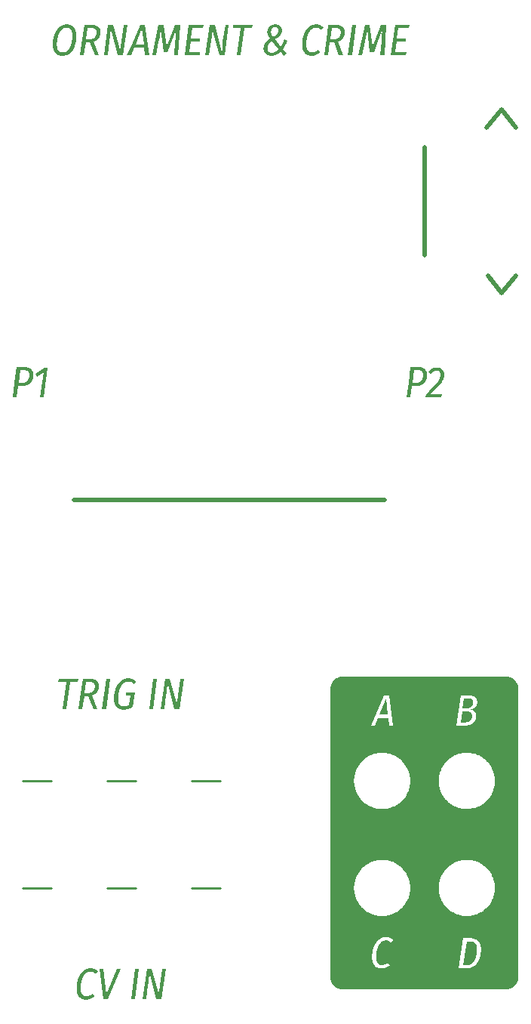
<source format=gbr>
%TF.GenerationSoftware,KiCad,Pcbnew,(6.0.7)*%
%TF.CreationDate,2022-08-18T10:59:03+02:00*%
%TF.ProjectId,faceplate,66616365-706c-4617-9465-2e6b69636164,rev?*%
%TF.SameCoordinates,Original*%
%TF.FileFunction,Legend,Top*%
%TF.FilePolarity,Positive*%
%FSLAX46Y46*%
G04 Gerber Fmt 4.6, Leading zero omitted, Abs format (unit mm)*
G04 Created by KiCad (PCBNEW (6.0.7)) date 2022-08-18 10:59:03*
%MOMM*%
%LPD*%
G01*
G04 APERTURE LIST*
%ADD10C,0.264582*%
%ADD11C,0.499999*%
%ADD12C,0.000000*%
G04 APERTURE END LIST*
D10*
X93699996Y-120300001D02*
X96899997Y-120300001D01*
X74699998Y-132300001D02*
X77899997Y-132300001D01*
D11*
X119849990Y-49248977D02*
X119849990Y-61351022D01*
D10*
X84199996Y-132300001D02*
X87399997Y-132300001D01*
X93699996Y-132300001D02*
X96899997Y-132300001D01*
D12*
G36*
X82215923Y-108847499D02*
G01*
X82279743Y-108848328D01*
X82341556Y-108850817D01*
X82401363Y-108854965D01*
X82459163Y-108860772D01*
X82514957Y-108868239D01*
X82568745Y-108877364D01*
X82620526Y-108888149D01*
X82670301Y-108900593D01*
X82718069Y-108914696D01*
X82763831Y-108930458D01*
X82807586Y-108947879D01*
X82849335Y-108966959D01*
X82889078Y-108987698D01*
X82926814Y-109010097D01*
X82962544Y-109034154D01*
X82996267Y-109059871D01*
X83028563Y-109087131D01*
X83058775Y-109115818D01*
X83086904Y-109145934D01*
X83112949Y-109177477D01*
X83136910Y-109210448D01*
X83158788Y-109244847D01*
X83178582Y-109280673D01*
X83196293Y-109317927D01*
X83211920Y-109356609D01*
X83225463Y-109396718D01*
X83236923Y-109438255D01*
X83246299Y-109481220D01*
X83253592Y-109525612D01*
X83258801Y-109571432D01*
X83261926Y-109618679D01*
X83262968Y-109667354D01*
X83262215Y-109709739D01*
X83259958Y-109751700D01*
X83256196Y-109793237D01*
X83250929Y-109834349D01*
X83244158Y-109875036D01*
X83235881Y-109915299D01*
X83226100Y-109955138D01*
X83214814Y-109994552D01*
X83202023Y-110033542D01*
X83187727Y-110072108D01*
X83171927Y-110110249D01*
X83154622Y-110147966D01*
X83135811Y-110185258D01*
X83115497Y-110222126D01*
X83093677Y-110258570D01*
X83070352Y-110294589D01*
X83046121Y-110329817D01*
X83020346Y-110363888D01*
X82993028Y-110396801D01*
X82964166Y-110428556D01*
X82933761Y-110459154D01*
X82901813Y-110488595D01*
X82868321Y-110516877D01*
X82833286Y-110544002D01*
X82796708Y-110569970D01*
X82758586Y-110594780D01*
X82718920Y-110618432D01*
X82677711Y-110640928D01*
X82634959Y-110662265D01*
X82590664Y-110682445D01*
X82544824Y-110701468D01*
X82497442Y-110719332D01*
X83095047Y-112250392D01*
X82615974Y-112250392D01*
X82077635Y-110803294D01*
X81598562Y-110803294D01*
X81396066Y-112250392D01*
X80951566Y-112250392D01*
X81204661Y-110452639D01*
X81647951Y-110452639D01*
X82028246Y-110452639D01*
X82079178Y-110451752D01*
X82128259Y-110449090D01*
X82175487Y-110444652D01*
X82220863Y-110438440D01*
X82264387Y-110430453D01*
X82306059Y-110420691D01*
X82345879Y-110409154D01*
X82383846Y-110395842D01*
X82419962Y-110380756D01*
X82454226Y-110363894D01*
X82486637Y-110345258D01*
X82517196Y-110324846D01*
X82545903Y-110302660D01*
X82572758Y-110278698D01*
X82597761Y-110252962D01*
X82620912Y-110225451D01*
X82643041Y-110196705D01*
X82663742Y-110167265D01*
X82683015Y-110137130D01*
X82700861Y-110106301D01*
X82717279Y-110074777D01*
X82732269Y-110042559D01*
X82745832Y-110009646D01*
X82757967Y-109976038D01*
X82768674Y-109941736D01*
X82777954Y-109906739D01*
X82785806Y-109871047D01*
X82792230Y-109834661D01*
X82797227Y-109797580D01*
X82800796Y-109759805D01*
X82802938Y-109721335D01*
X82803651Y-109682170D01*
X82803092Y-109651224D01*
X82801414Y-109621359D01*
X82798616Y-109592575D01*
X82794700Y-109564871D01*
X82789664Y-109538247D01*
X82783510Y-109512703D01*
X82776237Y-109488240D01*
X82767844Y-109464858D01*
X82758333Y-109442556D01*
X82747703Y-109421334D01*
X82735954Y-109401192D01*
X82723085Y-109382131D01*
X82709098Y-109364151D01*
X82693992Y-109347250D01*
X82677767Y-109331431D01*
X82660423Y-109316691D01*
X82641844Y-109302936D01*
X82621915Y-109290068D01*
X82600635Y-109278087D01*
X82578005Y-109266994D01*
X82554024Y-109256788D01*
X82528693Y-109247470D01*
X82502012Y-109239039D01*
X82473980Y-109231496D01*
X82444597Y-109224840D01*
X82413864Y-109219071D01*
X82381781Y-109214190D01*
X82348347Y-109210197D01*
X82313563Y-109207091D01*
X82277428Y-109204872D01*
X82239943Y-109203541D01*
X82201107Y-109203097D01*
X81825750Y-109203097D01*
X81647951Y-110452639D01*
X81204661Y-110452639D01*
X81430639Y-108847499D01*
X82215923Y-108847499D01*
G37*
G36*
X78079035Y-37581727D02*
G01*
X78086675Y-37454550D01*
X78099408Y-37327374D01*
X78117235Y-37200197D01*
X78140154Y-37073020D01*
X78168167Y-36945844D01*
X78201274Y-36818667D01*
X78239473Y-36691491D01*
X78260598Y-36627941D01*
X78283229Y-36565704D01*
X78307364Y-36504778D01*
X78333004Y-36445164D01*
X78360148Y-36386862D01*
X78388797Y-36329872D01*
X78418952Y-36274194D01*
X78450611Y-36219827D01*
X78483775Y-36166773D01*
X78518443Y-36115030D01*
X78554617Y-36064599D01*
X78592295Y-36015480D01*
X78631478Y-35967673D01*
X78672166Y-35921178D01*
X78714359Y-35875995D01*
X78758056Y-35832124D01*
X78803259Y-35789661D01*
X78849966Y-35749937D01*
X78898178Y-35712954D01*
X78947895Y-35678709D01*
X78999116Y-35647205D01*
X79051843Y-35618439D01*
X79106074Y-35592414D01*
X79161811Y-35569128D01*
X79219052Y-35548581D01*
X79277797Y-35530774D01*
X79338048Y-35515707D01*
X79399803Y-35503379D01*
X79463063Y-35493790D01*
X79527828Y-35486941D01*
X79594098Y-35482832D01*
X79661873Y-35481462D01*
X79661873Y-35481464D01*
X79723975Y-35482795D01*
X79784341Y-35486789D01*
X79842971Y-35493445D01*
X79899865Y-35502763D01*
X79955022Y-35514744D01*
X80008443Y-35529387D01*
X80060128Y-35546692D01*
X80110076Y-35566660D01*
X80158288Y-35589291D01*
X80204764Y-35614583D01*
X80249503Y-35642538D01*
X80292506Y-35673155D01*
X80333773Y-35706435D01*
X80373303Y-35742377D01*
X80411097Y-35780982D01*
X80447155Y-35822248D01*
X80481843Y-35865348D01*
X80514292Y-35910685D01*
X80544504Y-35958261D01*
X80572479Y-36008074D01*
X80598215Y-36060125D01*
X80621713Y-36114414D01*
X80642973Y-36170941D01*
X80661996Y-36229706D01*
X80678780Y-36290709D01*
X80693327Y-36353950D01*
X80705636Y-36419429D01*
X80715706Y-36487146D01*
X80723539Y-36557101D01*
X80729134Y-36629293D01*
X80732491Y-36703724D01*
X80733610Y-36780393D01*
X80731063Y-36911042D01*
X80723424Y-37041228D01*
X80710691Y-37170951D01*
X80692864Y-37300211D01*
X80669945Y-37429008D01*
X80641932Y-37557342D01*
X80608826Y-37685213D01*
X80570627Y-37812621D01*
X80550099Y-37875553D01*
X80528029Y-37937174D01*
X80504415Y-37997482D01*
X80479257Y-38056479D01*
X80452556Y-38114163D01*
X80424312Y-38170536D01*
X80394524Y-38225597D01*
X80363193Y-38279346D01*
X80330318Y-38331783D01*
X80295900Y-38382908D01*
X80259939Y-38432722D01*
X80222434Y-38481223D01*
X80183386Y-38528413D01*
X80142795Y-38574291D01*
X80100660Y-38618856D01*
X80056982Y-38662110D01*
X80011779Y-38702779D01*
X79965072Y-38740824D01*
X79916860Y-38776245D01*
X79867143Y-38809042D01*
X79815922Y-38839215D01*
X79763195Y-38866765D01*
X79708964Y-38891691D01*
X79653228Y-38913993D01*
X79595986Y-38933672D01*
X79537241Y-38950726D01*
X79476990Y-38965157D01*
X79415235Y-38976964D01*
X79351975Y-38986147D01*
X79287210Y-38992707D01*
X79220940Y-38996642D01*
X79153166Y-38997954D01*
X79091044Y-38996642D01*
X79030619Y-38992707D01*
X78971893Y-38986147D01*
X78914864Y-38976964D01*
X78859533Y-38965157D01*
X78805900Y-38950726D01*
X78753964Y-38933671D01*
X78703727Y-38913993D01*
X78655186Y-38891691D01*
X78608344Y-38866765D01*
X78563200Y-38839215D01*
X78519753Y-38809041D01*
X78478004Y-38776244D01*
X78437952Y-38740822D01*
X78399599Y-38702777D01*
X78362943Y-38662108D01*
X78328256Y-38619028D01*
X78295806Y-38573749D01*
X78265594Y-38526270D01*
X78237620Y-38476591D01*
X78211883Y-38424714D01*
X78188385Y-38370637D01*
X78167125Y-38314361D01*
X78148102Y-38255885D01*
X78131318Y-38195210D01*
X78116771Y-38132336D01*
X78104463Y-38067262D01*
X78094392Y-37999989D01*
X78086559Y-37930517D01*
X78080964Y-37858845D01*
X78077607Y-37784974D01*
X78076706Y-37723720D01*
X78540739Y-37723720D01*
X78543208Y-37833167D01*
X78550616Y-37935553D01*
X78562964Y-38030877D01*
X78580250Y-38119140D01*
X78602475Y-38200343D01*
X78629639Y-38274484D01*
X78645073Y-38308907D01*
X78661741Y-38341564D01*
X78679645Y-38372456D01*
X78698783Y-38401583D01*
X78719156Y-38428945D01*
X78740764Y-38454541D01*
X78763606Y-38478372D01*
X78787683Y-38500438D01*
X78812995Y-38520739D01*
X78839541Y-38539274D01*
X78867323Y-38556044D01*
X78896339Y-38571049D01*
X78926589Y-38584288D01*
X78958075Y-38595763D01*
X78990795Y-38605472D01*
X79024750Y-38613415D01*
X79059939Y-38619594D01*
X79096363Y-38624007D01*
X79134022Y-38626655D01*
X79172916Y-38627538D01*
X79222324Y-38626361D01*
X79270536Y-38622830D01*
X79317552Y-38616946D01*
X79363371Y-38608708D01*
X79407995Y-38598116D01*
X79451423Y-38585171D01*
X79493654Y-38569872D01*
X79534689Y-38552220D01*
X79574528Y-38532213D01*
X79613171Y-38509853D01*
X79650618Y-38485139D01*
X79686869Y-38458072D01*
X79721923Y-38428651D01*
X79755782Y-38396876D01*
X79788444Y-38362747D01*
X79819910Y-38326265D01*
X79850218Y-38287506D01*
X79879408Y-38247783D01*
X79907478Y-38207095D01*
X79934430Y-38165443D01*
X79960263Y-38122825D01*
X79984977Y-38079244D01*
X80008571Y-38034697D01*
X80031047Y-37989186D01*
X80052404Y-37942710D01*
X80072642Y-37895270D01*
X80091761Y-37846865D01*
X80109761Y-37797495D01*
X80126642Y-37747161D01*
X80142405Y-37695862D01*
X80157048Y-37643598D01*
X80170572Y-37590370D01*
X80194880Y-37482023D01*
X80215947Y-37374294D01*
X80233774Y-37267181D01*
X80248359Y-37160687D01*
X80259703Y-37054809D01*
X80267806Y-36949549D01*
X80272667Y-36844906D01*
X80274288Y-36740881D01*
X80273651Y-36684412D01*
X80271741Y-36629833D01*
X80268558Y-36577145D01*
X80264102Y-36526348D01*
X80258372Y-36477441D01*
X80251369Y-36430425D01*
X80243092Y-36385300D01*
X80233542Y-36342065D01*
X80222719Y-36300721D01*
X80210623Y-36261268D01*
X80197253Y-36223705D01*
X80182610Y-36188033D01*
X80166694Y-36154252D01*
X80149504Y-36122362D01*
X80131041Y-36092362D01*
X80111305Y-36064253D01*
X80090932Y-36037938D01*
X80069324Y-36013321D01*
X80046482Y-35990401D01*
X80022404Y-35969179D01*
X79997092Y-35949655D01*
X79970546Y-35931829D01*
X79942764Y-35915700D01*
X79913748Y-35901270D01*
X79883498Y-35888537D01*
X79852012Y-35877501D01*
X79819292Y-35868164D01*
X79785337Y-35860524D01*
X79750148Y-35854582D01*
X79713723Y-35850337D01*
X79676064Y-35847791D01*
X79637172Y-35846942D01*
X79588362Y-35848119D01*
X79540710Y-35851649D01*
X79494215Y-35857533D01*
X79448877Y-35865771D01*
X79404698Y-35876363D01*
X79361675Y-35889308D01*
X79319810Y-35904607D01*
X79279103Y-35922260D01*
X79239553Y-35942266D01*
X79201161Y-35964626D01*
X79163926Y-35989340D01*
X79127849Y-36016407D01*
X79092930Y-36045828D01*
X79059168Y-36077603D01*
X79026564Y-36111732D01*
X78995117Y-36148214D01*
X78964808Y-36186394D01*
X78935619Y-36225616D01*
X78907548Y-36265879D01*
X78880597Y-36307185D01*
X78854764Y-36349532D01*
X78830050Y-36392921D01*
X78806455Y-36437352D01*
X78783980Y-36482824D01*
X78762623Y-36529339D01*
X78742385Y-36576895D01*
X78723266Y-36625493D01*
X78705266Y-36675133D01*
X78688385Y-36725814D01*
X78672623Y-36777537D01*
X78657980Y-36830302D01*
X78644457Y-36884109D01*
X78620148Y-36991221D01*
X78599080Y-37097716D01*
X78581254Y-37203593D01*
X78566668Y-37308853D01*
X78555324Y-37413496D01*
X78547221Y-37517521D01*
X78542359Y-37620929D01*
X78540739Y-37723720D01*
X78076706Y-37723720D01*
X78076488Y-37708903D01*
X78079035Y-37581727D01*
G37*
G36*
X74846998Y-73889788D02*
G01*
X74909660Y-73890676D01*
X74970470Y-73893338D01*
X75029428Y-73897776D01*
X75086533Y-73903988D01*
X75141787Y-73911975D01*
X75195189Y-73921737D01*
X75246738Y-73933274D01*
X75296436Y-73946585D01*
X75344282Y-73961672D01*
X75390275Y-73978534D01*
X75434416Y-73997170D01*
X75476706Y-74017582D01*
X75517143Y-74039768D01*
X75555728Y-74063729D01*
X75592461Y-74089465D01*
X75627342Y-74116977D01*
X75660834Y-74146205D01*
X75692165Y-74177092D01*
X75721335Y-74209639D01*
X75748345Y-74243844D01*
X75773194Y-74279709D01*
X75795882Y-74317233D01*
X75816409Y-74356417D01*
X75834776Y-74397259D01*
X75850982Y-74439761D01*
X75865027Y-74483922D01*
X75876911Y-74529741D01*
X75886635Y-74577221D01*
X75894197Y-74626359D01*
X75899599Y-74677156D01*
X75902840Y-74729613D01*
X75903921Y-74783728D01*
X75903381Y-74824899D01*
X75901760Y-74865683D01*
X75899059Y-74906082D01*
X75895278Y-74946094D01*
X75890416Y-74985721D01*
X75884474Y-75024962D01*
X75877451Y-75063817D01*
X75869348Y-75102287D01*
X75860165Y-75140370D01*
X75849902Y-75178068D01*
X75838558Y-75215379D01*
X75826133Y-75252305D01*
X75812629Y-75288846D01*
X75798044Y-75325000D01*
X75782378Y-75360769D01*
X75765632Y-75396151D01*
X75748288Y-75430936D01*
X75729594Y-75464910D01*
X75709549Y-75498074D01*
X75688154Y-75530428D01*
X75665408Y-75561971D01*
X75641311Y-75592704D01*
X75615865Y-75622627D01*
X75589067Y-75651739D01*
X75560919Y-75680041D01*
X75531421Y-75707533D01*
X75500572Y-75734214D01*
X75468373Y-75760085D01*
X75434823Y-75785146D01*
X75399923Y-75809397D01*
X75363672Y-75832837D01*
X75326070Y-75855468D01*
X75287717Y-75876998D01*
X75247974Y-75897140D01*
X75206843Y-75915892D01*
X75164322Y-75933255D01*
X75120412Y-75949229D01*
X75075114Y-75963815D01*
X75028426Y-75977011D01*
X74980349Y-75988818D01*
X74930883Y-75999235D01*
X74880028Y-76008264D01*
X74827783Y-76015904D01*
X74774150Y-76022155D01*
X74719128Y-76027016D01*
X74662716Y-76030489D01*
X74604916Y-76032572D01*
X74545727Y-76033267D01*
X74200004Y-76033267D01*
X74022205Y-77292685D01*
X73577705Y-77292685D01*
X73805072Y-75677672D01*
X74249389Y-75677672D01*
X74565481Y-75677668D01*
X74624844Y-75676665D01*
X74681931Y-75673656D01*
X74736741Y-75668640D01*
X74789274Y-75661617D01*
X74839531Y-75652589D01*
X74887512Y-75641553D01*
X74933215Y-75628512D01*
X74976643Y-75613464D01*
X75017794Y-75596409D01*
X75056669Y-75577348D01*
X75093267Y-75556281D01*
X75127588Y-75533207D01*
X75159633Y-75508127D01*
X75189401Y-75481040D01*
X75216894Y-75451947D01*
X75242109Y-75420848D01*
X75266032Y-75388243D01*
X75288411Y-75354636D01*
X75309247Y-75320025D01*
X75328540Y-75284411D01*
X75346289Y-75247794D01*
X75362495Y-75210174D01*
X75377157Y-75171550D01*
X75390276Y-75131924D01*
X75401851Y-75091294D01*
X75411884Y-75049660D01*
X75420372Y-75007024D01*
X75427317Y-74963384D01*
X75432719Y-74918741D01*
X75436578Y-74873095D01*
X75438893Y-74826445D01*
X75439664Y-74778792D01*
X75439028Y-74743622D01*
X75437118Y-74709726D01*
X75433935Y-74677103D01*
X75429478Y-74645752D01*
X75423748Y-74615676D01*
X75416745Y-74586872D01*
X75408468Y-74559342D01*
X75398918Y-74533085D01*
X75388095Y-74508101D01*
X75375998Y-74484390D01*
X75362628Y-74461953D01*
X75347985Y-74440789D01*
X75332069Y-74420898D01*
X75314879Y-74402280D01*
X75296416Y-74384936D01*
X75276680Y-74368865D01*
X75256287Y-74353913D01*
X75234622Y-74339927D01*
X75211683Y-74326904D01*
X75187471Y-74314847D01*
X75161985Y-74303754D01*
X75135226Y-74293625D01*
X75107194Y-74284461D01*
X75077889Y-74276262D01*
X75047310Y-74269027D01*
X75015458Y-74262758D01*
X74982333Y-74257452D01*
X74947934Y-74253111D01*
X74912262Y-74249735D01*
X74875317Y-74247324D01*
X74837099Y-74245877D01*
X74797607Y-74245395D01*
X74451885Y-74245395D01*
X74249389Y-75677672D01*
X73805072Y-75677672D01*
X74056777Y-73889788D01*
X74846998Y-73889788D01*
G37*
G36*
X80857732Y-109232730D02*
G01*
X80023061Y-109232730D01*
X79598316Y-112250392D01*
X79153816Y-112250392D01*
X79578562Y-109232730D01*
X78719194Y-109232730D01*
X78773525Y-108847499D01*
X80961452Y-108847499D01*
X80857732Y-109232730D01*
G37*
G36*
X88428405Y-35535792D02*
G01*
X88917356Y-38938687D01*
X88453100Y-38938687D01*
X88349380Y-38074381D01*
X87228252Y-38074381D01*
X86882530Y-38938687D01*
X86423214Y-38938687D01*
X86944085Y-37713841D01*
X87371479Y-37713841D01*
X88304929Y-37713841D01*
X88092558Y-35911147D01*
X87371479Y-37713841D01*
X86944085Y-37713841D01*
X87870310Y-35535792D01*
X88428405Y-35535792D01*
G37*
D10*
X74699998Y-120300001D02*
X77899997Y-120300001D01*
D12*
G36*
X84105051Y-144279818D02*
G01*
X85260749Y-141360927D01*
X85725004Y-141360927D01*
X84297668Y-144763827D01*
X83793901Y-144763827D01*
X83309890Y-141360927D01*
X83769207Y-141360927D01*
X84105051Y-144279818D01*
G37*
G36*
X84072944Y-112250392D02*
G01*
X83628444Y-112250392D01*
X84107517Y-108847499D01*
X84552017Y-108847499D01*
X84072944Y-112250392D01*
G37*
D11*
X126803370Y-47061641D02*
X128438456Y-44994379D01*
D12*
G36*
X82402961Y-35535792D02*
G01*
X82466781Y-35536622D01*
X82528594Y-35539110D01*
X82588401Y-35543258D01*
X82646202Y-35549065D01*
X82701996Y-35556532D01*
X82755783Y-35565657D01*
X82807564Y-35576441D01*
X82857339Y-35588885D01*
X82905107Y-35602988D01*
X82950869Y-35618750D01*
X82994625Y-35636171D01*
X83036374Y-35655251D01*
X83076116Y-35675991D01*
X83113852Y-35698389D01*
X83149582Y-35722447D01*
X83183305Y-35748164D01*
X83215601Y-35775424D01*
X83245814Y-35804112D01*
X83273942Y-35834228D01*
X83299987Y-35865771D01*
X83323949Y-35898742D01*
X83345826Y-35933141D01*
X83365621Y-35968967D01*
X83383331Y-36006221D01*
X83398958Y-36044903D01*
X83412502Y-36085012D01*
X83423961Y-36126549D01*
X83433338Y-36169513D01*
X83440630Y-36213905D01*
X83445839Y-36259725D01*
X83448964Y-36306973D01*
X83450006Y-36355648D01*
X83450004Y-36355648D01*
X83449252Y-36398034D01*
X83446995Y-36439995D01*
X83443233Y-36481532D01*
X83437966Y-36522644D01*
X83431194Y-36563332D01*
X83422918Y-36603596D01*
X83413137Y-36643435D01*
X83401850Y-36682849D01*
X83389060Y-36721840D01*
X83374764Y-36760406D01*
X83358963Y-36798547D01*
X83341658Y-36836264D01*
X83322848Y-36873556D01*
X83302533Y-36910424D01*
X83280713Y-36946868D01*
X83257389Y-36982887D01*
X83233157Y-37018115D01*
X83207383Y-37052186D01*
X83180064Y-37085099D01*
X83151203Y-37116854D01*
X83120798Y-37147452D01*
X83088849Y-37176893D01*
X83055357Y-37205175D01*
X83020322Y-37232301D01*
X82983743Y-37258268D01*
X82945621Y-37283078D01*
X82905955Y-37306731D01*
X82864746Y-37329226D01*
X82821994Y-37350564D01*
X82777698Y-37370743D01*
X82731859Y-37389766D01*
X82684477Y-37407631D01*
X83282083Y-38938687D01*
X82803011Y-38938687D01*
X82264671Y-37491592D01*
X81785598Y-37491592D01*
X81583105Y-38938687D01*
X81138605Y-38938687D01*
X81391700Y-37140932D01*
X81834987Y-37140932D01*
X82215282Y-37140931D01*
X82266215Y-37140043D01*
X82315295Y-37137381D01*
X82362523Y-37132944D01*
X82407899Y-37126732D01*
X82451424Y-37118745D01*
X82493095Y-37108983D01*
X82532915Y-37097446D01*
X82570883Y-37084134D01*
X82606999Y-37069047D01*
X82641262Y-37052185D01*
X82673673Y-37033549D01*
X82704233Y-37013137D01*
X82732940Y-36990951D01*
X82759795Y-36966989D01*
X82784798Y-36941253D01*
X82807949Y-36913742D01*
X82830077Y-36884996D01*
X82850778Y-36855555D01*
X82870052Y-36825421D01*
X82887897Y-36794591D01*
X82904315Y-36763067D01*
X82919305Y-36730848D01*
X82932868Y-36697935D01*
X82945003Y-36664328D01*
X82955711Y-36630026D01*
X82964990Y-36595029D01*
X82972842Y-36559338D01*
X82979267Y-36522952D01*
X82984264Y-36485872D01*
X82987833Y-36448097D01*
X82989974Y-36409628D01*
X82990688Y-36370464D01*
X82990128Y-36339519D01*
X82988450Y-36309654D01*
X82985653Y-36280870D01*
X82981736Y-36253166D01*
X82976701Y-36226542D01*
X82970547Y-36200999D01*
X82963273Y-36176536D01*
X82954881Y-36153153D01*
X82945370Y-36130851D01*
X82934739Y-36109630D01*
X82922990Y-36089488D01*
X82910122Y-36070427D01*
X82896135Y-36052447D01*
X82881029Y-36035546D01*
X82864804Y-36019726D01*
X82847459Y-36004987D01*
X82828881Y-35991231D01*
X82808951Y-35978363D01*
X82787672Y-35966382D01*
X82765042Y-35955289D01*
X82741061Y-35945084D01*
X82715730Y-35935765D01*
X82689048Y-35927334D01*
X82661016Y-35919791D01*
X82631634Y-35913135D01*
X82600901Y-35907367D01*
X82568818Y-35902486D01*
X82535384Y-35898492D01*
X82500599Y-35895386D01*
X82464464Y-35893167D01*
X82426979Y-35891836D01*
X82388143Y-35891393D01*
X82012787Y-35891393D01*
X81834987Y-37140932D01*
X81391700Y-37140932D01*
X81617677Y-35535792D01*
X82402961Y-35535792D01*
G37*
G36*
X82344702Y-141306960D02*
G01*
X82376670Y-141308002D01*
X82408136Y-141309738D01*
X82439100Y-141312169D01*
X82469563Y-141315294D01*
X82499524Y-141319114D01*
X82528984Y-141323628D01*
X82557942Y-141328837D01*
X82586398Y-141334741D01*
X82614353Y-141341338D01*
X82641806Y-141348631D01*
X82668758Y-141356618D01*
X82695208Y-141365299D01*
X82721157Y-141374675D01*
X82746604Y-141384746D01*
X82771549Y-141395510D01*
X82796108Y-141406357D01*
X82820398Y-141417898D01*
X82844417Y-141430133D01*
X82868166Y-141443062D01*
X82891645Y-141456685D01*
X82914854Y-141471001D01*
X82937793Y-141486012D01*
X82960461Y-141501716D01*
X82982860Y-141518115D01*
X83004988Y-141535207D01*
X83026847Y-141552993D01*
X83048435Y-141571473D01*
X83069753Y-141590647D01*
X83090801Y-141610514D01*
X83111579Y-141631076D01*
X83132087Y-141652331D01*
X82875265Y-141899272D01*
X82840847Y-141870643D01*
X82806738Y-141844020D01*
X82772937Y-141819403D01*
X82756153Y-141807847D01*
X82739445Y-141796792D01*
X82722815Y-141786239D01*
X82706262Y-141776187D01*
X82689786Y-141766637D01*
X82673387Y-141757589D01*
X82657066Y-141749042D01*
X82640821Y-141740997D01*
X82624654Y-141733454D01*
X82608564Y-141726413D01*
X82592397Y-141719837D01*
X82575998Y-141713686D01*
X82559368Y-141707959D01*
X82542507Y-141702656D01*
X82525413Y-141697777D01*
X82508089Y-141693323D01*
X82490533Y-141689293D01*
X82472745Y-141685688D01*
X82454726Y-141682506D01*
X82436475Y-141679749D01*
X82417993Y-141677416D01*
X82399279Y-141675508D01*
X82380334Y-141674023D01*
X82361157Y-141672962D01*
X82341749Y-141672326D01*
X82322109Y-141672114D01*
X82274476Y-141673252D01*
X82227884Y-141676667D01*
X82182334Y-141682358D01*
X82137826Y-141690326D01*
X82094360Y-141700570D01*
X82051936Y-141713091D01*
X82010553Y-141727889D01*
X81970212Y-141744963D01*
X81930913Y-141764313D01*
X81892656Y-141785940D01*
X81855441Y-141809844D01*
X81819267Y-141836024D01*
X81784136Y-141864481D01*
X81750046Y-141895214D01*
X81716998Y-141928224D01*
X81684992Y-141963511D01*
X81654644Y-141999878D01*
X81625339Y-142037363D01*
X81597076Y-142075968D01*
X81569854Y-142115691D01*
X81543674Y-142156533D01*
X81518536Y-142198494D01*
X81494440Y-142241574D01*
X81471385Y-142285773D01*
X81449372Y-142331091D01*
X81428401Y-142377528D01*
X81408472Y-142425084D01*
X81389585Y-142473760D01*
X81371739Y-142523554D01*
X81354935Y-142574468D01*
X81339173Y-142626500D01*
X81324453Y-142679652D01*
X81298987Y-142787226D01*
X81276916Y-142895110D01*
X81258241Y-143003302D01*
X81242961Y-143111803D01*
X81231077Y-143220612D01*
X81222588Y-143329730D01*
X81217495Y-143439157D01*
X81215797Y-143548892D01*
X81216453Y-143605361D01*
X81218421Y-143659940D01*
X81221701Y-143712628D01*
X81226292Y-143763426D01*
X81232196Y-143812332D01*
X81239411Y-143859348D01*
X81247939Y-143904474D01*
X81257778Y-143947708D01*
X81268929Y-143989052D01*
X81281392Y-144028505D01*
X81295167Y-144066067D01*
X81310254Y-144101739D01*
X81326653Y-144135520D01*
X81344363Y-144167411D01*
X81363386Y-144197411D01*
X81383720Y-144225520D01*
X81405810Y-144251835D01*
X81428864Y-144276452D01*
X81452884Y-144299372D01*
X81477867Y-144320593D01*
X81503816Y-144340117D01*
X81530729Y-144357943D01*
X81558607Y-144374071D01*
X81587449Y-144388502D01*
X81617256Y-144401235D01*
X81648028Y-144412270D01*
X81679764Y-144421607D01*
X81712465Y-144429247D01*
X81746130Y-144435188D01*
X81780760Y-144439433D01*
X81816355Y-144441979D01*
X81852914Y-144442828D01*
X81877416Y-144442558D01*
X81901532Y-144441748D01*
X81925262Y-144440399D01*
X81948606Y-144438509D01*
X81971564Y-144436080D01*
X81994136Y-144433111D01*
X82016323Y-144429602D01*
X82038123Y-144425553D01*
X82059538Y-144420965D01*
X82080567Y-144415836D01*
X82101210Y-144410168D01*
X82121467Y-144403960D01*
X82141338Y-144397212D01*
X82160823Y-144389924D01*
X82179923Y-144382096D01*
X82198637Y-144373729D01*
X82237531Y-144354201D01*
X82277660Y-144332667D01*
X82319023Y-144309128D01*
X82361621Y-144283583D01*
X82405453Y-144256033D01*
X82450521Y-144226477D01*
X82496822Y-144194916D01*
X82544359Y-144161349D01*
X82732036Y-144457690D01*
X82679811Y-144501946D01*
X82626853Y-144543347D01*
X82573162Y-144581892D01*
X82518737Y-144617582D01*
X82463580Y-144650418D01*
X82407689Y-144680398D01*
X82351066Y-144707523D01*
X82293709Y-144731792D01*
X82235619Y-144753207D01*
X82176796Y-144771766D01*
X82117240Y-144787470D01*
X82056951Y-144800319D01*
X81995929Y-144810312D01*
X81934174Y-144817450D01*
X81871685Y-144821733D01*
X81808464Y-144823161D01*
X81748734Y-144821830D01*
X81690548Y-144817836D01*
X81633905Y-144811180D01*
X81578805Y-144801862D01*
X81525249Y-144789881D01*
X81473237Y-144775238D01*
X81422767Y-144757933D01*
X81373841Y-144737965D01*
X81326459Y-144715335D01*
X81280620Y-144690043D01*
X81236324Y-144662088D01*
X81193572Y-144631471D01*
X81152363Y-144598191D01*
X81112697Y-144562250D01*
X81074575Y-144523645D01*
X81037996Y-144482379D01*
X81003308Y-144438681D01*
X80970858Y-144392784D01*
X80940646Y-144344688D01*
X80912672Y-144294392D01*
X80886936Y-144241897D01*
X80863438Y-144187203D01*
X80842177Y-144130309D01*
X80823155Y-144071216D01*
X80806370Y-144009924D01*
X80791824Y-143946432D01*
X80779515Y-143880741D01*
X80769444Y-143812851D01*
X80761612Y-143742762D01*
X80756017Y-143670473D01*
X80752660Y-143595985D01*
X80751541Y-143519297D01*
X80754165Y-143388648D01*
X80762036Y-143258462D01*
X80775155Y-143128739D01*
X80793521Y-142999479D01*
X80817135Y-142870682D01*
X80845996Y-142742348D01*
X80880105Y-142614478D01*
X80919462Y-142487071D01*
X80941166Y-142424157D01*
X80964298Y-142362594D01*
X80988857Y-142302381D01*
X81014844Y-142243519D01*
X81042259Y-142186008D01*
X81071101Y-142129847D01*
X81101371Y-142075036D01*
X81133069Y-142021577D01*
X81166194Y-141969468D01*
X81200747Y-141918709D01*
X81236727Y-141869301D01*
X81274136Y-141821244D01*
X81312972Y-141774537D01*
X81353235Y-141729180D01*
X81394926Y-141685175D01*
X81438045Y-141642520D01*
X81482553Y-141601852D01*
X81528411Y-141563808D01*
X81575620Y-141528387D01*
X81624180Y-141495591D01*
X81674090Y-141465418D01*
X81725350Y-141437868D01*
X81777961Y-141412943D01*
X81831922Y-141390641D01*
X81887234Y-141370963D01*
X81943896Y-141353909D01*
X82001909Y-141339478D01*
X82061272Y-141327671D01*
X82121985Y-141318488D01*
X82184049Y-141311929D01*
X82247464Y-141307993D01*
X82312229Y-141306681D01*
X82312233Y-141306613D01*
X82344702Y-141306960D01*
G37*
G36*
X113977266Y-38024993D02*
G01*
X114905779Y-35535792D01*
X115523142Y-35535792D01*
X115300894Y-38938687D01*
X114871210Y-38938687D01*
X114979868Y-37407631D01*
X115007959Y-37038140D01*
X115037901Y-36680379D01*
X115069694Y-36334349D01*
X115103338Y-36000048D01*
X114120500Y-38553453D01*
X113685877Y-38553453D01*
X113369787Y-36004986D01*
X113354044Y-36124600D01*
X113333979Y-36261191D01*
X113280886Y-36585306D01*
X113210507Y-36977330D01*
X113122843Y-37437264D01*
X112821569Y-38938687D01*
X112386945Y-38938687D01*
X113122839Y-35535792D01*
X113685873Y-35535792D01*
X113977266Y-38024993D01*
G37*
G36*
X92054186Y-111865153D02*
G01*
X92058739Y-111714285D01*
X92064991Y-111565424D01*
X92072940Y-111418569D01*
X92082587Y-111273721D01*
X92093930Y-111130879D01*
X92106972Y-110990043D01*
X92121711Y-110851213D01*
X92138147Y-110714389D01*
X92394972Y-108847491D01*
X92809839Y-108847491D01*
X92330763Y-112250392D01*
X91747972Y-112250392D01*
X90947874Y-109237666D01*
X90942625Y-109396095D01*
X90934290Y-109560236D01*
X90922869Y-109730088D01*
X90908361Y-109905650D01*
X90890766Y-110086923D01*
X90870085Y-110273906D01*
X90846317Y-110466600D01*
X90819463Y-110665004D01*
X90602152Y-112250384D01*
X90187284Y-112250384D01*
X90666357Y-108847491D01*
X91249147Y-108847491D01*
X92054186Y-111865153D01*
G37*
G36*
X90021837Y-144378588D02*
G01*
X90026391Y-144227720D01*
X90032642Y-144078859D01*
X90040591Y-143932005D01*
X90050237Y-143787157D01*
X90061581Y-143644316D01*
X90074622Y-143503481D01*
X90089360Y-143364653D01*
X90105796Y-143227832D01*
X90362615Y-141360934D01*
X90777483Y-141360934D01*
X90298414Y-144763827D01*
X89715627Y-144763827D01*
X88915527Y-141751109D01*
X88910279Y-141909538D01*
X88901944Y-142073678D01*
X88890523Y-142243528D01*
X88876015Y-142419089D01*
X88858420Y-142600361D01*
X88837739Y-142787343D01*
X88813971Y-142980036D01*
X88787117Y-143178439D01*
X88569805Y-144763827D01*
X88154937Y-144763827D01*
X88634010Y-141360927D01*
X89216798Y-141360927D01*
X90021837Y-144378588D01*
G37*
G36*
X119047632Y-73889788D02*
G01*
X119110294Y-73890676D01*
X119171104Y-73893338D01*
X119230062Y-73897776D01*
X119287168Y-73903988D01*
X119342422Y-73911975D01*
X119395824Y-73921737D01*
X119447373Y-73933274D01*
X119497071Y-73946585D01*
X119544916Y-73961672D01*
X119590910Y-73978534D01*
X119635051Y-73997170D01*
X119677341Y-74017582D01*
X119717778Y-74039768D01*
X119756363Y-74063729D01*
X119793097Y-74089465D01*
X119827978Y-74116977D01*
X119861469Y-74146205D01*
X119892800Y-74177092D01*
X119921970Y-74209639D01*
X119948980Y-74243844D01*
X119973828Y-74279709D01*
X119996516Y-74317233D01*
X120017044Y-74356417D01*
X120035410Y-74397259D01*
X120051616Y-74439761D01*
X120065661Y-74483922D01*
X120077545Y-74529741D01*
X120087269Y-74577221D01*
X120094831Y-74626359D01*
X120100233Y-74677156D01*
X120103474Y-74729613D01*
X120104555Y-74783728D01*
X120104015Y-74824899D01*
X120102394Y-74865683D01*
X120099693Y-74906082D01*
X120095912Y-74946094D01*
X120091050Y-74985721D01*
X120085108Y-75024962D01*
X120078085Y-75063817D01*
X120069982Y-75102287D01*
X120060799Y-75140370D01*
X120050535Y-75178068D01*
X120039191Y-75215379D01*
X120026766Y-75252305D01*
X120013262Y-75288846D01*
X119998676Y-75325000D01*
X119983011Y-75360769D01*
X119966264Y-75396151D01*
X119948920Y-75430936D01*
X119930226Y-75464910D01*
X119910181Y-75498074D01*
X119888785Y-75530428D01*
X119866039Y-75561971D01*
X119841943Y-75592704D01*
X119816496Y-75622627D01*
X119789699Y-75651739D01*
X119761551Y-75680041D01*
X119732053Y-75707533D01*
X119701204Y-75734214D01*
X119669005Y-75760085D01*
X119635456Y-75785146D01*
X119600556Y-75809397D01*
X119564305Y-75832837D01*
X119526704Y-75855468D01*
X119488351Y-75876998D01*
X119448608Y-75897140D01*
X119407477Y-75915892D01*
X119364956Y-75933255D01*
X119321046Y-75949229D01*
X119275747Y-75963815D01*
X119229059Y-75977011D01*
X119180982Y-75988818D01*
X119131516Y-75999235D01*
X119080660Y-76008264D01*
X119028416Y-76015904D01*
X118974783Y-76022155D01*
X118919760Y-76027016D01*
X118863349Y-76030489D01*
X118805548Y-76032572D01*
X118746359Y-76033267D01*
X118400636Y-76033267D01*
X118222837Y-77292685D01*
X117778337Y-77292685D01*
X118005705Y-75677672D01*
X118450025Y-75677672D01*
X118766115Y-75677668D01*
X118825478Y-75676665D01*
X118882565Y-75673656D01*
X118937375Y-75668640D01*
X118989908Y-75661617D01*
X119040165Y-75652589D01*
X119088146Y-75641553D01*
X119133850Y-75628512D01*
X119177278Y-75613464D01*
X119218429Y-75596409D01*
X119257303Y-75577348D01*
X119293901Y-75556281D01*
X119328223Y-75533207D01*
X119360268Y-75508127D01*
X119390036Y-75481040D01*
X119417528Y-75451947D01*
X119442743Y-75420848D01*
X119466666Y-75388243D01*
X119489045Y-75354636D01*
X119509881Y-75320025D01*
X119529173Y-75284411D01*
X119546922Y-75247794D01*
X119563128Y-75210174D01*
X119577790Y-75171550D01*
X119590909Y-75131924D01*
X119602485Y-75091294D01*
X119612517Y-75049660D01*
X119621006Y-75007024D01*
X119627951Y-74963384D01*
X119633353Y-74918741D01*
X119637212Y-74873095D01*
X119639527Y-74826445D01*
X119640299Y-74778792D01*
X119639662Y-74743622D01*
X119637752Y-74709726D01*
X119634569Y-74677103D01*
X119630112Y-74645752D01*
X119624382Y-74615676D01*
X119617379Y-74586872D01*
X119609102Y-74559342D01*
X119599552Y-74533085D01*
X119588729Y-74508101D01*
X119576633Y-74484390D01*
X119563263Y-74461953D01*
X119548620Y-74440789D01*
X119532704Y-74420898D01*
X119515514Y-74402280D01*
X119497052Y-74384936D01*
X119477316Y-74368865D01*
X119456923Y-74353913D01*
X119435257Y-74339927D01*
X119412318Y-74326904D01*
X119388105Y-74314847D01*
X119362620Y-74303754D01*
X119335861Y-74293625D01*
X119307829Y-74284461D01*
X119278523Y-74276262D01*
X119247945Y-74269027D01*
X119216093Y-74262758D01*
X119182967Y-74257452D01*
X119148569Y-74253111D01*
X119112897Y-74249735D01*
X119075953Y-74247324D01*
X119037734Y-74245877D01*
X118998243Y-74245395D01*
X118652521Y-74245395D01*
X118450025Y-75677672D01*
X118005705Y-75677672D01*
X118257410Y-73889788D01*
X119047632Y-73889788D01*
G37*
G36*
X97091222Y-38553454D02*
G01*
X97095776Y-38402586D01*
X97102028Y-38253725D01*
X97109977Y-38106870D01*
X97119623Y-37962022D01*
X97130967Y-37819180D01*
X97144009Y-37678345D01*
X97158748Y-37539515D01*
X97175184Y-37402693D01*
X97432008Y-35535792D01*
X97846876Y-35535792D01*
X97367799Y-38938687D01*
X96785009Y-38938687D01*
X95984911Y-35925964D01*
X95979662Y-36084394D01*
X95971327Y-36248535D01*
X95959906Y-36418387D01*
X95945398Y-36593949D01*
X95927803Y-36775221D01*
X95907122Y-36962205D01*
X95883354Y-37154898D01*
X95856500Y-37353303D01*
X95639188Y-38938687D01*
X95224321Y-38938687D01*
X95703394Y-35535792D01*
X96286184Y-35535792D01*
X97091222Y-38553454D01*
G37*
G36*
X124782559Y-111052726D02*
G01*
X124813449Y-111053925D01*
X124843325Y-111055925D01*
X124872186Y-111058725D01*
X124900034Y-111062325D01*
X124926867Y-111066725D01*
X124952687Y-111071925D01*
X124977493Y-111077925D01*
X125001285Y-111084726D01*
X125024063Y-111092327D01*
X125045829Y-111100728D01*
X125066581Y-111109929D01*
X125086319Y-111119931D01*
X125105044Y-111130734D01*
X125122757Y-111142337D01*
X125139456Y-111154741D01*
X125155143Y-111167945D01*
X125169817Y-111181950D01*
X125183478Y-111196756D01*
X125196126Y-111212362D01*
X125207762Y-111228770D01*
X125218386Y-111245978D01*
X125227997Y-111263987D01*
X125236597Y-111282797D01*
X125244184Y-111302408D01*
X125250759Y-111322820D01*
X125256323Y-111344034D01*
X125260875Y-111366048D01*
X125264414Y-111388864D01*
X125266943Y-111412481D01*
X125268460Y-111436900D01*
X125268966Y-111462119D01*
X125268212Y-111503467D01*
X125265950Y-111543547D01*
X125262182Y-111582359D01*
X125256906Y-111619903D01*
X125250125Y-111656177D01*
X125241837Y-111691180D01*
X125232044Y-111724912D01*
X125220745Y-111757372D01*
X125207942Y-111788558D01*
X125193634Y-111818469D01*
X125177822Y-111847106D01*
X125160507Y-111874467D01*
X125141688Y-111900551D01*
X125121367Y-111925357D01*
X125099543Y-111948884D01*
X125076217Y-111971132D01*
X125051584Y-111992061D01*
X125025839Y-112011635D01*
X124998980Y-112029853D01*
X124971008Y-112046717D01*
X124941920Y-112062228D01*
X124911716Y-112076386D01*
X124880395Y-112089192D01*
X124847956Y-112100647D01*
X124814398Y-112110751D01*
X124779721Y-112119505D01*
X124743922Y-112126911D01*
X124707003Y-112132968D01*
X124668960Y-112137678D01*
X124629794Y-112141042D01*
X124589503Y-112143059D01*
X124548087Y-112143731D01*
X124098498Y-112143731D01*
X124251460Y-111052326D01*
X124750655Y-111052326D01*
X124782559Y-111052726D01*
G37*
G36*
X86572023Y-108793170D02*
G01*
X86607540Y-108793556D01*
X86642479Y-108794713D01*
X86676839Y-108796643D01*
X86710620Y-108799344D01*
X86743823Y-108802817D01*
X86776446Y-108807061D01*
X86808491Y-108812077D01*
X86839957Y-108817865D01*
X86870845Y-108824425D01*
X86901153Y-108831756D01*
X86930883Y-108839859D01*
X86960034Y-108848733D01*
X86988606Y-108858380D01*
X87016600Y-108868797D01*
X87044014Y-108879987D01*
X87070850Y-108891948D01*
X87097262Y-108904044D01*
X87123403Y-108916874D01*
X87149275Y-108930437D01*
X87174876Y-108944733D01*
X87200207Y-108959763D01*
X87225269Y-108975525D01*
X87250060Y-108992020D01*
X87274580Y-109009249D01*
X87298831Y-109027210D01*
X87322812Y-109045905D01*
X87346522Y-109065332D01*
X87369963Y-109085493D01*
X87393133Y-109106386D01*
X87416033Y-109128013D01*
X87438663Y-109150372D01*
X87461023Y-109173465D01*
X87179506Y-109415469D01*
X87161024Y-109398491D01*
X87142619Y-109382131D01*
X87124291Y-109366389D01*
X87106040Y-109351263D01*
X87087866Y-109336755D01*
X87069770Y-109322865D01*
X87051751Y-109309592D01*
X87033809Y-109296936D01*
X87015944Y-109284897D01*
X86998156Y-109273476D01*
X86980446Y-109262673D01*
X86962812Y-109252486D01*
X86945256Y-109242917D01*
X86927777Y-109233965D01*
X86910375Y-109225631D01*
X86893051Y-109217913D01*
X86875572Y-109210736D01*
X86857707Y-109204022D01*
X86839457Y-109197771D01*
X86820820Y-109191983D01*
X86801798Y-109186657D01*
X86782389Y-109181795D01*
X86762595Y-109177396D01*
X86742415Y-109173460D01*
X86721850Y-109169987D01*
X86700898Y-109166977D01*
X86679560Y-109164430D01*
X86657837Y-109162346D01*
X86635728Y-109160725D01*
X86613233Y-109159567D01*
X86590352Y-109158872D01*
X86567085Y-109158641D01*
X86518815Y-109159779D01*
X86471548Y-109163194D01*
X86425285Y-109168885D01*
X86380025Y-109176853D01*
X86335767Y-109187097D01*
X86292513Y-109199618D01*
X86250263Y-109214415D01*
X86209015Y-109231489D01*
X86168771Y-109250840D01*
X86129530Y-109272467D01*
X86091292Y-109296370D01*
X86054057Y-109322550D01*
X86017826Y-109351007D01*
X85982598Y-109381741D01*
X85948373Y-109414751D01*
X85915151Y-109450038D01*
X85883569Y-109487061D01*
X85853029Y-109525280D01*
X85823531Y-109564695D01*
X85795075Y-109605306D01*
X85767660Y-109647113D01*
X85741287Y-109690116D01*
X85715956Y-109734315D01*
X85691667Y-109779710D01*
X85668419Y-109826301D01*
X85646213Y-109874088D01*
X85625049Y-109923071D01*
X85604927Y-109973251D01*
X85585847Y-110024627D01*
X85567808Y-110077199D01*
X85550812Y-110130967D01*
X85534856Y-110185931D01*
X85505918Y-110297442D01*
X85480837Y-110409724D01*
X85459615Y-110522779D01*
X85442252Y-110636605D01*
X85428747Y-110751203D01*
X85419101Y-110866573D01*
X85413313Y-110982714D01*
X85411384Y-111099627D01*
X85412021Y-111153049D01*
X85413931Y-111204656D01*
X85417114Y-111254450D01*
X85421571Y-111302431D01*
X85427301Y-111348598D01*
X85434304Y-111392952D01*
X85442581Y-111435492D01*
X85452131Y-111476218D01*
X85462954Y-111515131D01*
X85475051Y-111552230D01*
X85488420Y-111587516D01*
X85503064Y-111620989D01*
X85518980Y-111652647D01*
X85536170Y-111682493D01*
X85554633Y-111710525D01*
X85574369Y-111736743D01*
X85595359Y-111761263D01*
X85617585Y-111784202D01*
X85641044Y-111805558D01*
X85665739Y-111825333D01*
X85691668Y-111843526D01*
X85718832Y-111860136D01*
X85747230Y-111875165D01*
X85776864Y-111888612D01*
X85807732Y-111900476D01*
X85839834Y-111910759D01*
X85873172Y-111919460D01*
X85907744Y-111926579D01*
X85943551Y-111932116D01*
X85980593Y-111936071D01*
X86018869Y-111938444D01*
X86058380Y-111939235D01*
X86097158Y-111938598D01*
X86135704Y-111936688D01*
X86174019Y-111933505D01*
X86212103Y-111929048D01*
X86249955Y-111923318D01*
X86287575Y-111916315D01*
X86324964Y-111908038D01*
X86362122Y-111898488D01*
X86399048Y-111887664D01*
X86435742Y-111875568D01*
X86472205Y-111862198D01*
X86508436Y-111847555D01*
X86544436Y-111831638D01*
X86580204Y-111814448D01*
X86615741Y-111795984D01*
X86651046Y-111776248D01*
X86799213Y-110734141D01*
X86280630Y-110734141D01*
X86285530Y-110368663D01*
X87288124Y-110368663D01*
X87065874Y-111988620D01*
X87002729Y-112027494D01*
X86939238Y-112063861D01*
X86875399Y-112097720D01*
X86811212Y-112129070D01*
X86746679Y-112157913D01*
X86681798Y-112184247D01*
X86616570Y-112208074D01*
X86550994Y-112229392D01*
X86485072Y-112248202D01*
X86418802Y-112264504D01*
X86352184Y-112278299D01*
X86285220Y-112289585D01*
X86217908Y-112298363D01*
X86150249Y-112304633D01*
X86082243Y-112308395D01*
X86013889Y-112309649D01*
X85951188Y-112308395D01*
X85890263Y-112304633D01*
X85831112Y-112298363D01*
X85773736Y-112289585D01*
X85718135Y-112278299D01*
X85664309Y-112264504D01*
X85612257Y-112248202D01*
X85561981Y-112229392D01*
X85513479Y-112208074D01*
X85466753Y-112184247D01*
X85421801Y-112157913D01*
X85378624Y-112129070D01*
X85337223Y-112097720D01*
X85297596Y-112063861D01*
X85259744Y-112027494D01*
X85223667Y-111988620D01*
X85190175Y-111947333D01*
X85158844Y-111903732D01*
X85129673Y-111857815D01*
X85102664Y-111809584D01*
X85077815Y-111759037D01*
X85055127Y-111706175D01*
X85034599Y-111650999D01*
X85016233Y-111593507D01*
X85000027Y-111533700D01*
X84985982Y-111471577D01*
X84974098Y-111407140D01*
X84964374Y-111340388D01*
X84956812Y-111271320D01*
X84951410Y-111199937D01*
X84948168Y-111126240D01*
X84947088Y-111050227D01*
X84949866Y-110913636D01*
X84958200Y-110777971D01*
X84972091Y-110643231D01*
X84991538Y-110509418D01*
X85016541Y-110376531D01*
X85047100Y-110244570D01*
X85083216Y-110113534D01*
X85124887Y-109983424D01*
X85148443Y-109919314D01*
X85173427Y-109856632D01*
X85199839Y-109795378D01*
X85227678Y-109735552D01*
X85256945Y-109677153D01*
X85287639Y-109620182D01*
X85319761Y-109564639D01*
X85353311Y-109510524D01*
X85388289Y-109457836D01*
X85424694Y-109406575D01*
X85462527Y-109356743D01*
X85501787Y-109308338D01*
X85542475Y-109261360D01*
X85584591Y-109215810D01*
X85628134Y-109171688D01*
X85673105Y-109128993D01*
X85719445Y-109088324D01*
X85767098Y-109050278D01*
X85816062Y-109014857D01*
X85866338Y-108982059D01*
X85917927Y-108951885D01*
X85970827Y-108924336D01*
X86025039Y-108899410D01*
X86080563Y-108877107D01*
X86137399Y-108857429D01*
X86195546Y-108840375D01*
X86255006Y-108825944D01*
X86315778Y-108814137D01*
X86377861Y-108804954D01*
X86441257Y-108798394D01*
X86505964Y-108794459D01*
X86571983Y-108793147D01*
X86572023Y-108793170D01*
G37*
D10*
X84199996Y-120300001D02*
X87399997Y-120300001D01*
D11*
X128438456Y-44994379D02*
X130104930Y-47041444D01*
X115349990Y-88800001D02*
X80449996Y-88800001D01*
D12*
G36*
X111670808Y-38938687D02*
G01*
X111226312Y-38938687D01*
X111705381Y-35535792D01*
X112149881Y-35535792D01*
X111670808Y-38938687D01*
G37*
G36*
X115685065Y-112874955D02*
G01*
X114751796Y-112874955D01*
X115472674Y-111071966D01*
X115685065Y-112874955D01*
G37*
G36*
X100420034Y-35921025D02*
G01*
X99585359Y-35921025D01*
X99160616Y-38938687D01*
X98716116Y-38938687D01*
X99140859Y-35921025D01*
X98281492Y-35921025D01*
X98335821Y-35535792D01*
X100523748Y-35535792D01*
X100420034Y-35921025D01*
G37*
G36*
X121205927Y-73939177D02*
G01*
X121253445Y-73940065D01*
X121299689Y-73942727D01*
X121344660Y-73947164D01*
X121388358Y-73953377D01*
X121430782Y-73961364D01*
X121471933Y-73971126D01*
X121511810Y-73982663D01*
X121550415Y-73995974D01*
X121587746Y-74011061D01*
X121623803Y-74027923D01*
X121658587Y-74046559D01*
X121692098Y-74066971D01*
X121724336Y-74089157D01*
X121755301Y-74113118D01*
X121784992Y-74138854D01*
X121813409Y-74166365D01*
X121840323Y-74194668D01*
X121865499Y-74224012D01*
X121888940Y-74254397D01*
X121910644Y-74285825D01*
X121930612Y-74318295D01*
X121948844Y-74351806D01*
X121965339Y-74386359D01*
X121980098Y-74421954D01*
X121993121Y-74458591D01*
X122004407Y-74496269D01*
X122013957Y-74534989D01*
X122021770Y-74574751D01*
X122027848Y-74615555D01*
X122032189Y-74657400D01*
X122034793Y-74700287D01*
X122035661Y-74744216D01*
X122035160Y-74778749D01*
X122033655Y-74813205D01*
X122031147Y-74847585D01*
X122027636Y-74881887D01*
X122023121Y-74916112D01*
X122017603Y-74950260D01*
X122011082Y-74984330D01*
X122003558Y-75018324D01*
X121995031Y-75052240D01*
X121985501Y-75086079D01*
X121974967Y-75119841D01*
X121963430Y-75153526D01*
X121950890Y-75187134D01*
X121937347Y-75220664D01*
X121922801Y-75254118D01*
X121907251Y-75287493D01*
X121891006Y-75320677D01*
X121873141Y-75354786D01*
X121853655Y-75389821D01*
X121832549Y-75425782D01*
X121809822Y-75462670D01*
X121785475Y-75500483D01*
X121759507Y-75539223D01*
X121731919Y-75578888D01*
X121671881Y-75660997D01*
X121605361Y-75746811D01*
X121532359Y-75836328D01*
X121452875Y-75929549D01*
X121364978Y-76027401D01*
X121266740Y-76133278D01*
X121158162Y-76247181D01*
X121039242Y-76369110D01*
X120909982Y-76499065D01*
X120770381Y-76637045D01*
X120620440Y-76783052D01*
X120460157Y-76937083D01*
X121793657Y-76927184D01*
X121684999Y-77292662D01*
X119931696Y-77292662D01*
X119981085Y-76937064D01*
X120327115Y-76581772D01*
X120619436Y-76276487D01*
X120858047Y-76021209D01*
X121042948Y-75815936D01*
X121119886Y-75726881D01*
X121190189Y-75642457D01*
X121253854Y-75562663D01*
X121310883Y-75487499D01*
X121361275Y-75416965D01*
X121405030Y-75351062D01*
X121442149Y-75289789D01*
X121458220Y-75260888D01*
X121472631Y-75233145D01*
X121486387Y-75205268D01*
X121499255Y-75177197D01*
X121511235Y-75148934D01*
X121522329Y-75120477D01*
X121532534Y-75091828D01*
X121541853Y-75062985D01*
X121550283Y-75033950D01*
X121557827Y-75004722D01*
X121564483Y-74975301D01*
X121570251Y-74945687D01*
X121575132Y-74915880D01*
X121579126Y-74885880D01*
X121582232Y-74855688D01*
X121584450Y-74825303D01*
X121585782Y-74794724D01*
X121586225Y-74763953D01*
X121585801Y-74735979D01*
X121584527Y-74708854D01*
X121582405Y-74682577D01*
X121579434Y-74657150D01*
X121575614Y-74632571D01*
X121570945Y-74608841D01*
X121565427Y-74585960D01*
X121559060Y-74563928D01*
X121551845Y-74542745D01*
X121543780Y-74522410D01*
X121534867Y-74502925D01*
X121525105Y-74484288D01*
X121514494Y-74466500D01*
X121503034Y-74449562D01*
X121490725Y-74433472D01*
X121477567Y-74418231D01*
X121463657Y-74403877D01*
X121449092Y-74390450D01*
X121433870Y-74377948D01*
X121417992Y-74366373D01*
X121401459Y-74355723D01*
X121384269Y-74346000D01*
X121366424Y-74337202D01*
X121347922Y-74329331D01*
X121328765Y-74322385D01*
X121308951Y-74316366D01*
X121288482Y-74311273D01*
X121267356Y-74307105D01*
X121245575Y-74303864D01*
X121223137Y-74301549D01*
X121200044Y-74300160D01*
X121176294Y-74299697D01*
X121152969Y-74300044D01*
X121129915Y-74301086D01*
X121107130Y-74302822D01*
X121084616Y-74305253D01*
X121062372Y-74308378D01*
X121040398Y-74312198D01*
X121018694Y-74316713D01*
X120997260Y-74321922D01*
X120976096Y-74327825D01*
X120955202Y-74334423D01*
X120934579Y-74341716D01*
X120914225Y-74349703D01*
X120894142Y-74358385D01*
X120874328Y-74367762D01*
X120854785Y-74377833D01*
X120835512Y-74388598D01*
X120816316Y-74399498D01*
X120797004Y-74411209D01*
X120777577Y-74423730D01*
X120758033Y-74437061D01*
X120738374Y-74451203D01*
X120718599Y-74466155D01*
X120698709Y-74481917D01*
X120678703Y-74498489D01*
X120658580Y-74515872D01*
X120638343Y-74534065D01*
X120617989Y-74553068D01*
X120597520Y-74572882D01*
X120576935Y-74593506D01*
X120556234Y-74614940D01*
X120535418Y-74637184D01*
X120514486Y-74660239D01*
X120257662Y-74423171D01*
X120284883Y-74392804D01*
X120312221Y-74363441D01*
X120339674Y-74335081D01*
X120367244Y-74307724D01*
X120394929Y-74281370D01*
X120422729Y-74256019D01*
X120450646Y-74231672D01*
X120478678Y-74208328D01*
X120506826Y-74185987D01*
X120535089Y-74164650D01*
X120563469Y-74144315D01*
X120591964Y-74124984D01*
X120620575Y-74106656D01*
X120649301Y-74089332D01*
X120678144Y-74073010D01*
X120707101Y-74057692D01*
X120736252Y-74043339D01*
X120765673Y-74029911D01*
X120795365Y-74017410D01*
X120825326Y-74005834D01*
X120855558Y-73995185D01*
X120886059Y-73985461D01*
X120916831Y-73976664D01*
X120947873Y-73968792D01*
X120979185Y-73961847D01*
X121010767Y-73955827D01*
X121042619Y-73950734D01*
X121074741Y-73946567D01*
X121107133Y-73943326D01*
X121139796Y-73941010D01*
X121172728Y-73939621D01*
X121205930Y-73939158D01*
X121205927Y-73939177D01*
G37*
G36*
X109813791Y-35535792D02*
G01*
X109877611Y-35536622D01*
X109939424Y-35539110D01*
X109999231Y-35543258D01*
X110057031Y-35549065D01*
X110112825Y-35556532D01*
X110166612Y-35565657D01*
X110218393Y-35576441D01*
X110268168Y-35588885D01*
X110315936Y-35602988D01*
X110361697Y-35618750D01*
X110405453Y-35636171D01*
X110447202Y-35655251D01*
X110486944Y-35675991D01*
X110524680Y-35698389D01*
X110560410Y-35722447D01*
X110594133Y-35748164D01*
X110626429Y-35775424D01*
X110656641Y-35804112D01*
X110684769Y-35834228D01*
X110710814Y-35865771D01*
X110734775Y-35898742D01*
X110756653Y-35933141D01*
X110776447Y-35968967D01*
X110794158Y-36006221D01*
X110809785Y-36044903D01*
X110823329Y-36085012D01*
X110834789Y-36126549D01*
X110844165Y-36169513D01*
X110851458Y-36213905D01*
X110856667Y-36259725D01*
X110859792Y-36306973D01*
X110860834Y-36355648D01*
X110860838Y-36355648D01*
X110860085Y-36398034D01*
X110857828Y-36439995D01*
X110854066Y-36481532D01*
X110848799Y-36522644D01*
X110842028Y-36563332D01*
X110833751Y-36603596D01*
X110823970Y-36643435D01*
X110812684Y-36682849D01*
X110799893Y-36721840D01*
X110785597Y-36760406D01*
X110769797Y-36798547D01*
X110752491Y-36836264D01*
X110733681Y-36873556D01*
X110713366Y-36910424D01*
X110691547Y-36946868D01*
X110668222Y-36982887D01*
X110643991Y-37018115D01*
X110618216Y-37052186D01*
X110590898Y-37085099D01*
X110562036Y-37116854D01*
X110531631Y-37147452D01*
X110499683Y-37176893D01*
X110466191Y-37205175D01*
X110431155Y-37232301D01*
X110394577Y-37258268D01*
X110356455Y-37283078D01*
X110316789Y-37306731D01*
X110275581Y-37329226D01*
X110232828Y-37350564D01*
X110188533Y-37370743D01*
X110142694Y-37389766D01*
X110095312Y-37407631D01*
X110692918Y-38938687D01*
X110213842Y-38938687D01*
X109675504Y-37491592D01*
X109196432Y-37491592D01*
X108993936Y-38938687D01*
X108549436Y-38938687D01*
X108802531Y-37140932D01*
X109245825Y-37140932D01*
X109626116Y-37140931D01*
X109677048Y-37140043D01*
X109726128Y-37137381D01*
X109773356Y-37132944D01*
X109818732Y-37126732D01*
X109862256Y-37118745D01*
X109903927Y-37108983D01*
X109943747Y-37097446D01*
X109981715Y-37084134D01*
X110017831Y-37069047D01*
X110052094Y-37052185D01*
X110084506Y-37033549D01*
X110115065Y-37013137D01*
X110143772Y-36990951D01*
X110170628Y-36966989D01*
X110195631Y-36941253D01*
X110218782Y-36913742D01*
X110240911Y-36884996D01*
X110261612Y-36855555D01*
X110280885Y-36825421D01*
X110298730Y-36794591D01*
X110315148Y-36763067D01*
X110330139Y-36730848D01*
X110343702Y-36697935D01*
X110355837Y-36664328D01*
X110366544Y-36630026D01*
X110375824Y-36595029D01*
X110383676Y-36559338D01*
X110390100Y-36522952D01*
X110395097Y-36485872D01*
X110398666Y-36448097D01*
X110400808Y-36409628D01*
X110401521Y-36370464D01*
X110400962Y-36339519D01*
X110399284Y-36309654D01*
X110396486Y-36280870D01*
X110392570Y-36253166D01*
X110387535Y-36226542D01*
X110381380Y-36200999D01*
X110374107Y-36176536D01*
X110365715Y-36153153D01*
X110356204Y-36130851D01*
X110345574Y-36109630D01*
X110333825Y-36089488D01*
X110320957Y-36070427D01*
X110306970Y-36052447D01*
X110291864Y-36035546D01*
X110275639Y-36019726D01*
X110258295Y-36004987D01*
X110239716Y-35991231D01*
X110219787Y-35978363D01*
X110198507Y-35966382D01*
X110175877Y-35955289D01*
X110151897Y-35945084D01*
X110126566Y-35935765D01*
X110099884Y-35927334D01*
X110071852Y-35919791D01*
X110042470Y-35913135D01*
X110011737Y-35907367D01*
X109979654Y-35902486D01*
X109946220Y-35898492D01*
X109911435Y-35895386D01*
X109875300Y-35893167D01*
X109837815Y-35891836D01*
X109798979Y-35891393D01*
X109423624Y-35891393D01*
X109245825Y-37140932D01*
X108802531Y-37140932D01*
X109028509Y-35535792D01*
X109813791Y-35535792D01*
G37*
G36*
X118056795Y-35896331D02*
G01*
X116896158Y-35896331D01*
X116733175Y-37027337D01*
X117750585Y-37027337D01*
X117701196Y-37387876D01*
X116683786Y-37387876D01*
X116515863Y-38578149D01*
X117770342Y-38578149D01*
X117711073Y-38938687D01*
X116021974Y-38938687D01*
X116501047Y-35535792D01*
X118160513Y-35535792D01*
X118056795Y-35896331D01*
G37*
D11*
X126911860Y-63655088D02*
X128453051Y-65563051D01*
D12*
G36*
X89327919Y-112250392D02*
G01*
X88883419Y-112250392D01*
X89362491Y-108847499D01*
X89806991Y-108847499D01*
X89327919Y-112250392D01*
G37*
G36*
X94913168Y-35896331D02*
G01*
X93752527Y-35896331D01*
X93589544Y-37027337D01*
X94606954Y-37027337D01*
X94557565Y-37387876D01*
X93540155Y-37387876D01*
X93372232Y-38578149D01*
X94626711Y-38578149D01*
X94567442Y-38938687D01*
X92878343Y-38938687D01*
X93357416Y-35535792D01*
X95016882Y-35535792D01*
X94913168Y-35896331D01*
G37*
D11*
X128453051Y-65563051D02*
X130095622Y-63669794D01*
D12*
G36*
X107668209Y-35481811D02*
G01*
X107700177Y-35482853D01*
X107731643Y-35484590D01*
X107762608Y-35487020D01*
X107793071Y-35490146D01*
X107823032Y-35493966D01*
X107852492Y-35498480D01*
X107881450Y-35503689D01*
X107909906Y-35509593D01*
X107937861Y-35516191D01*
X107965314Y-35523483D01*
X107992266Y-35531470D01*
X108018716Y-35540152D01*
X108044664Y-35549528D01*
X108070111Y-35559599D01*
X108095056Y-35570364D01*
X108119615Y-35581206D01*
X108143905Y-35592743D01*
X108167924Y-35604974D01*
X108191673Y-35617900D01*
X108215152Y-35631521D01*
X108238361Y-35645835D01*
X108261300Y-35660845D01*
X108283969Y-35676549D01*
X108306367Y-35692948D01*
X108328496Y-35710041D01*
X108350354Y-35727829D01*
X108371943Y-35746311D01*
X108393261Y-35765488D01*
X108414309Y-35785359D01*
X108435087Y-35805925D01*
X108455595Y-35827185D01*
X108198770Y-36074131D01*
X108164353Y-36045501D01*
X108130244Y-36018877D01*
X108096444Y-35994260D01*
X108079660Y-35982703D01*
X108062952Y-35971649D01*
X108046322Y-35961096D01*
X108029769Y-35951045D01*
X108013293Y-35941495D01*
X107996894Y-35932446D01*
X107980572Y-35923900D01*
X107964327Y-35915855D01*
X107948160Y-35908312D01*
X107932069Y-35901270D01*
X107915903Y-35894691D01*
X107899504Y-35888536D01*
X107882874Y-35882806D01*
X107866013Y-35877501D01*
X107848920Y-35872619D01*
X107831595Y-35868163D01*
X107814039Y-35864130D01*
X107796251Y-35860522D01*
X107778232Y-35857339D01*
X107759982Y-35854580D01*
X107741500Y-35852246D01*
X107722786Y-35850335D01*
X107703841Y-35848850D01*
X107684664Y-35847789D01*
X107665256Y-35847152D01*
X107645616Y-35846940D01*
X107597983Y-35848078D01*
X107551391Y-35851493D01*
X107505841Y-35857184D01*
X107461333Y-35865152D01*
X107417867Y-35875396D01*
X107375442Y-35887917D01*
X107334060Y-35902715D01*
X107293719Y-35919789D01*
X107254420Y-35939139D01*
X107216163Y-35960766D01*
X107178948Y-35984670D01*
X107142775Y-36010850D01*
X107107644Y-36039306D01*
X107073554Y-36070039D01*
X107040506Y-36103049D01*
X107008501Y-36138335D01*
X106978153Y-36174701D01*
X106948848Y-36212187D01*
X106920584Y-36250791D01*
X106893362Y-36290514D01*
X106867182Y-36331357D01*
X106842044Y-36373318D01*
X106817948Y-36416398D01*
X106794893Y-36460597D01*
X106772881Y-36505916D01*
X106751910Y-36552353D01*
X106731981Y-36599909D01*
X106713094Y-36648584D01*
X106695248Y-36698378D01*
X106678444Y-36749291D01*
X106662682Y-36801323D01*
X106647962Y-36854474D01*
X106622496Y-36962049D01*
X106600425Y-37069933D01*
X106581750Y-37178125D01*
X106566469Y-37286626D01*
X106554585Y-37395436D01*
X106546096Y-37504555D01*
X106541002Y-37613982D01*
X106539304Y-37723718D01*
X106539960Y-37780187D01*
X106541928Y-37834765D01*
X106545208Y-37887453D01*
X106549800Y-37938251D01*
X106555703Y-37987157D01*
X106562918Y-38034173D01*
X106571445Y-38079299D01*
X106581285Y-38122533D01*
X106592436Y-38163877D01*
X106604899Y-38203330D01*
X106618674Y-38240893D01*
X106633761Y-38276565D01*
X106650159Y-38310346D01*
X106667870Y-38342237D01*
X106686893Y-38372236D01*
X106707227Y-38400346D01*
X106729317Y-38426661D01*
X106752371Y-38451278D01*
X106776390Y-38474197D01*
X106801374Y-38495419D01*
X106827322Y-38514943D01*
X106854235Y-38532769D01*
X106882112Y-38548898D01*
X106910955Y-38563329D01*
X106940762Y-38576062D01*
X106971533Y-38587097D01*
X107003269Y-38596435D01*
X107035970Y-38604075D01*
X107069636Y-38610017D01*
X107104266Y-38614261D01*
X107139861Y-38616808D01*
X107176420Y-38617657D01*
X107200921Y-38617386D01*
X107225037Y-38616576D01*
X107248766Y-38615226D01*
X107272110Y-38613335D01*
X107295068Y-38610905D01*
X107317641Y-38607934D01*
X107339827Y-38604423D01*
X107361628Y-38600372D01*
X107383043Y-38595780D01*
X107404071Y-38590649D01*
X107424715Y-38584977D01*
X107444972Y-38578765D01*
X107464843Y-38572013D01*
X107484329Y-38564721D01*
X107503428Y-38556889D01*
X107522142Y-38548516D01*
X107561036Y-38528993D01*
X107601164Y-38507463D01*
X107642528Y-38483926D01*
X107685126Y-38458383D01*
X107728958Y-38430833D01*
X107774026Y-38401277D01*
X107820328Y-38369714D01*
X107867864Y-38336144D01*
X108055544Y-38632478D01*
X108003319Y-38676735D01*
X107950361Y-38718137D01*
X107896670Y-38756683D01*
X107842246Y-38792374D01*
X107787088Y-38825210D01*
X107731198Y-38855191D01*
X107674575Y-38882316D01*
X107617218Y-38906586D01*
X107559128Y-38928001D01*
X107500305Y-38946561D01*
X107440749Y-38962265D01*
X107380460Y-38975114D01*
X107319437Y-38985107D01*
X107257682Y-38992246D01*
X107195193Y-38996529D01*
X107131971Y-38997956D01*
X107072241Y-38996625D01*
X107014055Y-38992631D01*
X106957412Y-38985975D01*
X106902313Y-38976657D01*
X106848756Y-38964677D01*
X106796744Y-38950034D01*
X106746274Y-38932728D01*
X106697348Y-38912760D01*
X106649966Y-38890130D01*
X106604127Y-38864838D01*
X106559831Y-38836883D01*
X106517079Y-38806265D01*
X106475870Y-38772986D01*
X106436205Y-38737043D01*
X106398083Y-38698439D01*
X106361505Y-38657172D01*
X106326818Y-38613474D01*
X106294368Y-38567577D01*
X106264156Y-38519481D01*
X106236182Y-38469186D01*
X106210447Y-38416691D01*
X106186948Y-38361996D01*
X106165688Y-38305102D01*
X106146666Y-38246009D01*
X106129881Y-38184717D01*
X106115335Y-38121225D01*
X106103026Y-38055534D01*
X106092955Y-37987644D01*
X106085123Y-37917554D01*
X106079528Y-37845265D01*
X106076171Y-37770777D01*
X106075052Y-37694089D01*
X106077676Y-37563440D01*
X106085547Y-37433253D01*
X106098666Y-37303530D01*
X106117032Y-37174270D01*
X106140646Y-37045473D01*
X106169508Y-36917139D01*
X106203618Y-36789268D01*
X106242975Y-36661860D01*
X106264679Y-36598947D01*
X106287811Y-36537385D01*
X106312371Y-36477173D01*
X106338358Y-36418311D01*
X106365773Y-36360800D01*
X106394615Y-36304640D01*
X106424885Y-36249830D01*
X106456582Y-36196370D01*
X106489707Y-36144261D01*
X106524260Y-36093502D01*
X106560240Y-36044094D01*
X106597648Y-35996036D01*
X106636484Y-35949329D01*
X106676747Y-35903972D01*
X106718438Y-35859966D01*
X106761556Y-35817310D01*
X106806065Y-35776641D01*
X106851923Y-35738596D01*
X106899132Y-35703175D01*
X106947692Y-35670378D01*
X106997602Y-35640204D01*
X107048862Y-35612655D01*
X107101473Y-35587728D01*
X107155434Y-35565426D01*
X107210745Y-35545748D01*
X107267408Y-35528693D01*
X107325420Y-35514262D01*
X107384783Y-35502455D01*
X107445497Y-35493272D01*
X107507561Y-35486713D01*
X107570975Y-35482777D01*
X107635740Y-35481465D01*
X107635740Y-35481464D01*
X107668209Y-35481811D01*
G37*
G36*
X77069496Y-77292685D02*
G01*
X76634874Y-77292685D01*
X77029985Y-74502211D01*
X76294090Y-74956588D01*
X76136045Y-74625682D01*
X77148517Y-73988566D01*
X77533752Y-73988566D01*
X77069496Y-77292685D01*
G37*
G36*
X90833639Y-38024991D02*
G01*
X91762151Y-35535790D01*
X92379511Y-35535790D01*
X92157262Y-38938687D01*
X91727579Y-38938687D01*
X91836237Y-37407631D01*
X91864328Y-37038140D01*
X91894270Y-36680379D01*
X91926063Y-36334349D01*
X91959707Y-36000048D01*
X90976869Y-38553453D01*
X90542246Y-38553453D01*
X90226156Y-36004985D01*
X90210413Y-36124599D01*
X90190348Y-36261190D01*
X90137256Y-36585305D01*
X90066878Y-36977329D01*
X89979213Y-37437263D01*
X89677942Y-38938685D01*
X89243320Y-38938685D01*
X89979213Y-35535790D01*
X90542246Y-35535790D01*
X90833639Y-38024991D01*
G37*
G36*
X101741257Y-38090201D02*
G01*
X101744440Y-38051944D01*
X101748897Y-38014189D01*
X101754627Y-37976935D01*
X101761630Y-37940183D01*
X101769907Y-37903932D01*
X101779456Y-37868183D01*
X101790279Y-37832935D01*
X101802376Y-37798190D01*
X101815746Y-37763945D01*
X101830389Y-37730203D01*
X101846305Y-37696962D01*
X101863494Y-37664222D01*
X101881957Y-37631984D01*
X101901693Y-37600248D01*
X101923030Y-37568068D01*
X101946297Y-37535734D01*
X101971493Y-37503246D01*
X101998618Y-37470603D01*
X102027673Y-37437805D01*
X102058656Y-37404854D01*
X102091569Y-37371748D01*
X102126412Y-37338488D01*
X102163183Y-37305073D01*
X102201884Y-37271504D01*
X102242514Y-37237781D01*
X102285073Y-37203903D01*
X102329562Y-37169871D01*
X102375980Y-37135684D01*
X102424327Y-37101344D01*
X102474603Y-37066849D01*
X102436326Y-37015607D01*
X102400519Y-36965601D01*
X102367181Y-36916829D01*
X102336312Y-36869293D01*
X102307914Y-36822991D01*
X102281985Y-36777923D01*
X102258525Y-36734091D01*
X102237535Y-36691493D01*
X102228564Y-36670406D01*
X102220172Y-36649127D01*
X102212359Y-36627654D01*
X102205124Y-36605988D01*
X102198468Y-36584130D01*
X102192391Y-36562079D01*
X102186893Y-36539834D01*
X102181974Y-36517397D01*
X102177633Y-36494767D01*
X102173871Y-36471944D01*
X102170688Y-36448928D01*
X102168084Y-36425718D01*
X102166058Y-36402317D01*
X102164611Y-36378722D01*
X102163743Y-36354934D01*
X102163454Y-36330953D01*
X102163522Y-36326013D01*
X102583299Y-36326013D01*
X102584206Y-36359467D01*
X102586926Y-36393151D01*
X102591460Y-36427068D01*
X102597808Y-36461215D01*
X102605968Y-36495595D01*
X102615943Y-36530206D01*
X102627731Y-36565048D01*
X102641332Y-36600122D01*
X102656747Y-36635427D01*
X102673975Y-36670964D01*
X102693017Y-36706732D01*
X102713872Y-36742732D01*
X102736541Y-36778964D01*
X102761023Y-36815427D01*
X102787318Y-36852121D01*
X102815427Y-36889047D01*
X102889356Y-36843748D01*
X102958037Y-36799221D01*
X103021471Y-36755466D01*
X103079657Y-36712482D01*
X103132596Y-36670270D01*
X103157098Y-36649453D01*
X103180287Y-36628829D01*
X103202165Y-36608398D01*
X103222731Y-36588160D01*
X103241985Y-36568115D01*
X103259927Y-36548263D01*
X103277271Y-36527659D01*
X103293497Y-36506592D01*
X103308603Y-36485061D01*
X103322590Y-36463068D01*
X103335458Y-36440611D01*
X103347207Y-36417692D01*
X103357837Y-36394309D01*
X103367348Y-36370464D01*
X103375740Y-36346155D01*
X103383013Y-36321384D01*
X103389167Y-36296149D01*
X103394203Y-36270451D01*
X103398119Y-36244291D01*
X103400916Y-36217667D01*
X103402595Y-36190580D01*
X103403154Y-36163030D01*
X103402768Y-36142330D01*
X103401611Y-36122207D01*
X103399681Y-36102664D01*
X103396980Y-36083700D01*
X103393507Y-36065314D01*
X103389263Y-36047507D01*
X103384246Y-36030279D01*
X103378458Y-36013629D01*
X103371898Y-35997559D01*
X103364567Y-35982067D01*
X103356464Y-35967154D01*
X103347589Y-35952819D01*
X103337942Y-35939064D01*
X103327524Y-35925887D01*
X103316334Y-35913289D01*
X103304372Y-35901270D01*
X103292353Y-35889308D01*
X103279755Y-35878118D01*
X103266578Y-35867700D01*
X103252822Y-35858054D01*
X103238487Y-35849179D01*
X103223574Y-35841076D01*
X103208082Y-35833745D01*
X103192011Y-35827185D01*
X103175362Y-35821397D01*
X103158134Y-35816381D01*
X103140327Y-35812137D01*
X103121941Y-35808664D01*
X103102977Y-35805963D01*
X103083434Y-35804033D01*
X103063312Y-35802876D01*
X103042612Y-35802490D01*
X103042616Y-35802492D01*
X103015818Y-35803071D01*
X102989754Y-35804807D01*
X102964423Y-35807701D01*
X102939825Y-35811752D01*
X102915960Y-35816961D01*
X102892828Y-35823328D01*
X102870430Y-35830852D01*
X102848764Y-35839534D01*
X102827832Y-35849373D01*
X102807633Y-35860370D01*
X102788167Y-35872524D01*
X102769434Y-35885836D01*
X102751434Y-35900305D01*
X102734167Y-35915932D01*
X102717634Y-35932717D01*
X102701833Y-35950659D01*
X102687480Y-35968909D01*
X102674052Y-35987855D01*
X102661551Y-36007494D01*
X102649975Y-36027828D01*
X102639326Y-36048857D01*
X102629602Y-36070581D01*
X102620805Y-36092998D01*
X102612933Y-36116111D01*
X102605988Y-36139918D01*
X102599969Y-36164419D01*
X102594875Y-36189615D01*
X102590708Y-36215506D01*
X102587467Y-36242091D01*
X102585151Y-36269371D01*
X102583762Y-36297345D01*
X102583299Y-36326013D01*
X102163522Y-36326013D01*
X102163859Y-36301494D01*
X102165074Y-36272381D01*
X102167100Y-36243616D01*
X102169936Y-36215199D01*
X102173582Y-36187128D01*
X102178039Y-36159405D01*
X102183306Y-36132029D01*
X102189383Y-36105000D01*
X102196271Y-36078318D01*
X102203969Y-36051984D01*
X102212477Y-36025997D01*
X102221795Y-36000357D01*
X102231924Y-35975065D01*
X102242863Y-35950119D01*
X102254612Y-35925521D01*
X102267172Y-35901271D01*
X102281101Y-35876924D01*
X102295725Y-35853271D01*
X102311043Y-35830313D01*
X102327056Y-35808049D01*
X102343764Y-35786480D01*
X102361166Y-35765606D01*
X102379263Y-35745426D01*
X102398054Y-35725940D01*
X102417540Y-35707149D01*
X102437720Y-35689053D01*
X102458595Y-35671651D01*
X102480164Y-35654943D01*
X102502427Y-35638931D01*
X102525385Y-35623612D01*
X102549038Y-35608988D01*
X102573385Y-35595059D01*
X102598967Y-35581304D01*
X102625090Y-35568435D01*
X102651752Y-35556455D01*
X102678955Y-35545361D01*
X102706697Y-35535156D01*
X102734980Y-35525837D01*
X102763803Y-35517406D01*
X102793166Y-35509863D01*
X102823070Y-35503207D01*
X102853513Y-35497438D01*
X102884497Y-35492557D01*
X102916021Y-35488564D01*
X102948085Y-35485458D01*
X102980689Y-35483239D01*
X103013833Y-35481908D01*
X103047517Y-35481464D01*
X103090212Y-35482217D01*
X103131864Y-35484474D01*
X103172475Y-35488236D01*
X103212043Y-35493503D01*
X103250570Y-35500275D01*
X103288056Y-35508551D01*
X103324499Y-35518333D01*
X103359901Y-35529619D01*
X103394261Y-35542410D01*
X103427579Y-35556706D01*
X103459856Y-35572506D01*
X103491090Y-35589812D01*
X103521283Y-35608622D01*
X103550435Y-35628937D01*
X103578544Y-35650757D01*
X103605612Y-35674082D01*
X103631329Y-35698545D01*
X103655387Y-35723779D01*
X103677785Y-35749786D01*
X103698525Y-35776564D01*
X103717605Y-35804113D01*
X103735026Y-35832435D01*
X103750788Y-35861528D01*
X103764891Y-35891393D01*
X103777334Y-35922029D01*
X103788119Y-35953437D01*
X103797244Y-35985617D01*
X103804710Y-36018569D01*
X103810517Y-36052292D01*
X103814665Y-36086787D01*
X103817154Y-36122054D01*
X103817983Y-36158092D01*
X103817598Y-36186857D01*
X103816440Y-36215121D01*
X103814510Y-36242883D01*
X103811809Y-36270143D01*
X103808336Y-36296902D01*
X103804092Y-36323159D01*
X103799075Y-36348915D01*
X103793287Y-36374169D01*
X103786728Y-36398921D01*
X103779396Y-36423172D01*
X103771293Y-36446921D01*
X103762418Y-36470168D01*
X103752772Y-36492914D01*
X103742353Y-36515159D01*
X103731163Y-36536901D01*
X103719202Y-36558142D01*
X103706603Y-36578978D01*
X103693504Y-36599506D01*
X103679902Y-36619724D01*
X103665799Y-36639634D01*
X103651195Y-36659235D01*
X103636089Y-36678528D01*
X103620481Y-36697512D01*
X103604372Y-36716187D01*
X103587761Y-36734553D01*
X103570648Y-36752611D01*
X103553035Y-36770361D01*
X103534919Y-36787801D01*
X103516302Y-36804933D01*
X103497183Y-36821756D01*
X103477563Y-36838271D01*
X103457441Y-36854477D01*
X103415075Y-36885808D01*
X103369468Y-36918065D01*
X103320619Y-36951248D01*
X103268529Y-36985357D01*
X103213197Y-37020392D01*
X103154625Y-37056353D01*
X103092812Y-37093241D01*
X103027757Y-37131054D01*
X103674753Y-37970666D01*
X103732400Y-37867721D01*
X103786805Y-37766319D01*
X103837969Y-37666461D01*
X103885892Y-37568146D01*
X103930573Y-37471374D01*
X103972013Y-37376146D01*
X104010213Y-37282462D01*
X104045171Y-37190321D01*
X104415590Y-37333548D01*
X104361108Y-37452390D01*
X104303847Y-37569380D01*
X104243808Y-37684518D01*
X104180992Y-37797804D01*
X104115397Y-37909237D01*
X104047024Y-38018819D01*
X103975874Y-38126549D01*
X103901945Y-38232426D01*
X104311872Y-38751010D01*
X103966150Y-38997954D01*
X103625368Y-38538637D01*
X103595734Y-38568367D01*
X103566100Y-38597054D01*
X103536467Y-38624701D01*
X103506833Y-38651305D01*
X103477200Y-38676868D01*
X103447567Y-38701388D01*
X103417933Y-38724867D01*
X103388300Y-38747305D01*
X103358667Y-38768700D01*
X103329034Y-38789054D01*
X103299401Y-38808366D01*
X103269768Y-38826636D01*
X103240135Y-38843864D01*
X103210501Y-38860051D01*
X103180868Y-38875195D01*
X103151235Y-38889298D01*
X103121370Y-38902456D01*
X103091042Y-38914765D01*
X103060251Y-38926224D01*
X103028997Y-38936835D01*
X102997279Y-38946597D01*
X102965099Y-38955510D01*
X102932456Y-38963575D01*
X102899350Y-38970790D01*
X102865781Y-38977157D01*
X102831749Y-38982674D01*
X102797254Y-38987343D01*
X102762296Y-38991163D01*
X102726875Y-38994134D01*
X102690991Y-38996256D01*
X102654644Y-38997530D01*
X102617834Y-38997954D01*
X102584747Y-38997530D01*
X102552162Y-38996256D01*
X102520079Y-38994134D01*
X102488497Y-38991163D01*
X102457417Y-38987343D01*
X102426838Y-38982674D01*
X102396761Y-38977157D01*
X102367185Y-38970790D01*
X102338111Y-38963575D01*
X102309539Y-38955510D01*
X102281468Y-38946597D01*
X102253899Y-38936835D01*
X102226831Y-38926224D01*
X102200265Y-38914765D01*
X102174201Y-38902456D01*
X102148638Y-38889298D01*
X102124290Y-38875408D01*
X102100638Y-38860900D01*
X102077680Y-38845774D01*
X102055417Y-38830031D01*
X102033848Y-38813671D01*
X102012973Y-38796694D01*
X101992794Y-38779099D01*
X101973308Y-38760887D01*
X101954517Y-38742057D01*
X101936421Y-38722611D01*
X101919019Y-38702546D01*
X101902312Y-38681865D01*
X101886299Y-38660566D01*
X101870981Y-38638650D01*
X101856357Y-38616116D01*
X101842428Y-38592965D01*
X101829868Y-38568734D01*
X101818119Y-38544193D01*
X101807180Y-38519345D01*
X101797051Y-38494187D01*
X101787733Y-38468721D01*
X101779225Y-38442946D01*
X101771527Y-38416862D01*
X101764639Y-38390470D01*
X101758562Y-38363769D01*
X101753295Y-38336760D01*
X101748839Y-38309442D01*
X101745192Y-38281815D01*
X101742356Y-38253879D01*
X101740331Y-38225635D01*
X101739115Y-38197082D01*
X101738710Y-38168220D01*
X101738870Y-38158343D01*
X102178308Y-38158343D01*
X102178790Y-38186973D01*
X102180237Y-38214832D01*
X102182649Y-38241918D01*
X102186025Y-38268233D01*
X102190366Y-38293776D01*
X102195671Y-38318548D01*
X102201941Y-38342548D01*
X102209176Y-38365776D01*
X102217376Y-38388232D01*
X102226540Y-38409917D01*
X102236668Y-38430830D01*
X102247762Y-38450971D01*
X102259820Y-38470341D01*
X102272843Y-38488939D01*
X102286830Y-38506765D01*
X102301782Y-38523820D01*
X102317621Y-38539370D01*
X102334271Y-38553916D01*
X102351730Y-38567460D01*
X102370000Y-38580000D01*
X102389080Y-38591537D01*
X102408971Y-38602071D01*
X102429671Y-38611602D01*
X102451183Y-38620129D01*
X102473504Y-38627653D01*
X102496636Y-38634174D01*
X102520578Y-38639692D01*
X102545331Y-38644206D01*
X102570894Y-38647718D01*
X102597267Y-38650226D01*
X102624451Y-38651730D01*
X102652445Y-38652232D01*
X102702258Y-38650766D01*
X102751686Y-38646367D01*
X102800727Y-38639036D01*
X102849383Y-38628772D01*
X102897653Y-38615576D01*
X102945537Y-38599448D01*
X102993035Y-38580387D01*
X103040148Y-38558393D01*
X103086874Y-38533467D01*
X103133214Y-38505609D01*
X103179169Y-38474818D01*
X103224738Y-38441095D01*
X103269921Y-38404439D01*
X103314718Y-38364850D01*
X103359129Y-38322330D01*
X103403154Y-38276876D01*
X102672197Y-37323670D01*
X102637104Y-37348365D01*
X102603439Y-37373059D01*
X102571202Y-37397753D01*
X102540392Y-37422448D01*
X102511010Y-37447142D01*
X102483055Y-37471837D01*
X102456528Y-37496531D01*
X102431428Y-37521226D01*
X102407756Y-37545920D01*
X102385512Y-37570615D01*
X102364695Y-37595309D01*
X102345306Y-37620004D01*
X102327345Y-37644698D01*
X102310811Y-37669392D01*
X102295705Y-37694087D01*
X102282026Y-37718781D01*
X102269466Y-37743649D01*
X102257717Y-37768865D01*
X102246778Y-37794427D01*
X102236649Y-37820337D01*
X102227331Y-37846594D01*
X102218823Y-37873199D01*
X102211125Y-37900150D01*
X102204238Y-37927449D01*
X102198160Y-37955096D01*
X102192894Y-37983089D01*
X102188437Y-38011430D01*
X102184791Y-38040118D01*
X102181955Y-38069153D01*
X102179929Y-38098536D01*
X102178713Y-38128266D01*
X102178308Y-38158343D01*
X101738870Y-38158343D01*
X101739347Y-38128960D01*
X101741257Y-38090201D01*
G37*
G36*
X87295570Y-144763827D02*
G01*
X86851070Y-144763827D01*
X87330143Y-141360927D01*
X87774643Y-141360927D01*
X87295570Y-144763827D01*
G37*
G36*
X124923218Y-138287543D02*
G01*
X124969404Y-138289626D01*
X125014278Y-138293097D01*
X125057840Y-138297956D01*
X125100091Y-138304204D01*
X125141029Y-138311841D01*
X125180656Y-138320867D01*
X125218971Y-138331281D01*
X125255973Y-138343085D01*
X125291664Y-138356277D01*
X125326043Y-138370859D01*
X125359110Y-138386830D01*
X125390865Y-138404191D01*
X125421309Y-138422941D01*
X125450440Y-138443081D01*
X125478259Y-138464610D01*
X125505179Y-138488051D01*
X125530359Y-138513919D01*
X125553801Y-138542216D01*
X125575505Y-138572942D01*
X125595470Y-138606096D01*
X125613698Y-138641681D01*
X125630189Y-138679695D01*
X125644942Y-138720140D01*
X125657959Y-138763015D01*
X125669239Y-138808322D01*
X125678783Y-138856060D01*
X125686590Y-138906231D01*
X125692663Y-138958834D01*
X125697000Y-139013869D01*
X125699602Y-139071338D01*
X125700469Y-139131240D01*
X125698624Y-139247762D01*
X125693088Y-139362728D01*
X125683855Y-139476143D01*
X125670924Y-139588010D01*
X125654289Y-139698333D01*
X125633947Y-139807117D01*
X125609896Y-139914364D01*
X125582129Y-140020080D01*
X125567309Y-140071380D01*
X125551249Y-140121568D01*
X125533949Y-140170641D01*
X125515411Y-140218600D01*
X125495635Y-140265443D01*
X125474622Y-140311170D01*
X125452372Y-140355779D01*
X125428888Y-140399271D01*
X125404168Y-140441644D01*
X125378215Y-140482897D01*
X125351029Y-140523030D01*
X125322610Y-140562041D01*
X125292960Y-140599931D01*
X125262079Y-140636697D01*
X125229968Y-140672340D01*
X125196628Y-140706859D01*
X125162055Y-140739163D01*
X125126249Y-140769380D01*
X125089211Y-140797510D01*
X125050938Y-140823555D01*
X125011432Y-140847514D01*
X124970692Y-140869387D01*
X124928718Y-140889175D01*
X124885510Y-140906879D01*
X124841067Y-140922499D01*
X124795389Y-140936035D01*
X124748476Y-140947487D01*
X124700328Y-140956856D01*
X124650945Y-140964143D01*
X124600326Y-140969347D01*
X124548471Y-140972469D01*
X124495379Y-140973510D01*
X124154830Y-140973510D01*
X124535170Y-138286849D01*
X124875720Y-138286849D01*
X124923218Y-138287543D01*
G37*
G36*
X109245444Y-109916040D02*
G01*
X109250911Y-109843726D01*
X109259916Y-109772488D01*
X109272370Y-109702414D01*
X109288185Y-109633591D01*
X109307273Y-109566107D01*
X109329547Y-109500050D01*
X109354918Y-109435508D01*
X109383299Y-109372568D01*
X109414600Y-109311319D01*
X109448735Y-109251849D01*
X109485615Y-109194244D01*
X109525153Y-109138593D01*
X109567259Y-109084984D01*
X109611847Y-109033504D01*
X109658828Y-108984242D01*
X109708114Y-108937285D01*
X109759618Y-108892721D01*
X109813250Y-108850638D01*
X109868924Y-108811124D01*
X109926551Y-108774266D01*
X109986043Y-108740152D01*
X110047312Y-108708871D01*
X110110270Y-108680509D01*
X110174829Y-108655155D01*
X110240902Y-108632897D01*
X110308399Y-108613822D01*
X110377234Y-108598018D01*
X110447318Y-108585574D01*
X110518563Y-108576576D01*
X110590881Y-108571113D01*
X110664184Y-108569272D01*
X128925597Y-108569270D01*
X128998900Y-108571111D01*
X129071219Y-108576574D01*
X129142464Y-108585572D01*
X129212548Y-108598016D01*
X129281382Y-108613820D01*
X129348880Y-108632895D01*
X129414953Y-108655153D01*
X129479512Y-108680507D01*
X129542470Y-108708869D01*
X129603740Y-108740150D01*
X129663232Y-108774264D01*
X129720858Y-108811122D01*
X129776532Y-108850636D01*
X129830164Y-108892720D01*
X129881668Y-108937283D01*
X129930954Y-108984240D01*
X129977935Y-109033503D01*
X130022522Y-109084982D01*
X130064629Y-109138591D01*
X130104166Y-109194242D01*
X130141046Y-109251847D01*
X130175181Y-109311317D01*
X130206482Y-109372566D01*
X130234863Y-109435506D01*
X130260234Y-109500048D01*
X130282507Y-109566105D01*
X130301596Y-109633589D01*
X130317411Y-109702412D01*
X130329865Y-109772486D01*
X130338870Y-109843724D01*
X130344337Y-109916038D01*
X130346179Y-109989339D01*
X130346179Y-142258697D01*
X130344337Y-142331999D01*
X130338870Y-142404313D01*
X130329865Y-142475551D01*
X130317411Y-142545625D01*
X130301596Y-142614449D01*
X130282507Y-142681933D01*
X130260233Y-142747990D01*
X130234862Y-142812532D01*
X130206482Y-142875472D01*
X130175180Y-142936721D01*
X130141045Y-142996192D01*
X130104165Y-143053796D01*
X130064628Y-143109447D01*
X130022521Y-143163056D01*
X129977933Y-143214536D01*
X129930952Y-143263798D01*
X129881666Y-143310755D01*
X129830163Y-143355319D01*
X129776530Y-143397402D01*
X129720857Y-143436917D01*
X129663230Y-143473774D01*
X129603738Y-143507888D01*
X129542469Y-143539170D01*
X129479511Y-143567531D01*
X129414951Y-143592885D01*
X129348879Y-143615143D01*
X129281381Y-143634218D01*
X129212546Y-143650022D01*
X129142463Y-143662466D01*
X129071218Y-143671464D01*
X128998900Y-143676927D01*
X128925597Y-143678768D01*
X110664184Y-143678768D01*
X110590880Y-143676927D01*
X110518562Y-143671464D01*
X110447317Y-143662466D01*
X110377233Y-143650022D01*
X110308398Y-143634218D01*
X110240901Y-143615143D01*
X110174828Y-143592885D01*
X110110269Y-143567531D01*
X110047310Y-143539169D01*
X109986041Y-143507887D01*
X109926549Y-143473774D01*
X109868922Y-143436916D01*
X109813249Y-143397401D01*
X109759616Y-143355318D01*
X109708113Y-143310754D01*
X109658827Y-143263797D01*
X109611846Y-143214534D01*
X109567258Y-143163055D01*
X109525152Y-143109446D01*
X109485614Y-143053795D01*
X109448734Y-142996190D01*
X109414600Y-142936719D01*
X109383298Y-142875470D01*
X109354918Y-142812530D01*
X109329547Y-142747988D01*
X109307273Y-142681931D01*
X109288185Y-142614447D01*
X109272370Y-142545624D01*
X109259916Y-142475550D01*
X109250911Y-142404312D01*
X109245444Y-142331998D01*
X109243602Y-142258697D01*
X109243602Y-140025276D01*
X113917224Y-140025276D01*
X113918341Y-140101961D01*
X113921692Y-140176440D01*
X113927279Y-140248713D01*
X113935101Y-140318783D01*
X113945159Y-140386649D01*
X113957454Y-140452313D01*
X113971985Y-140515775D01*
X113988754Y-140577036D01*
X114007761Y-140636098D01*
X114029006Y-140692960D01*
X114052491Y-140747625D01*
X114078214Y-140800092D01*
X114106178Y-140850363D01*
X114136382Y-140898438D01*
X114168827Y-140944319D01*
X114203513Y-140988006D01*
X114240092Y-141029276D01*
X114278214Y-141067889D01*
X114317881Y-141103845D01*
X114359091Y-141137143D01*
X114401845Y-141167782D01*
X114446143Y-141195761D01*
X114491984Y-141221079D01*
X114539369Y-141243736D01*
X114588297Y-141263730D01*
X114638769Y-141281061D01*
X114690784Y-141295728D01*
X114744341Y-141307731D01*
X114799442Y-141317067D01*
X114856086Y-141323737D01*
X114914273Y-141327740D01*
X114974002Y-141329074D01*
X114975523Y-141329040D01*
X123660804Y-141329040D01*
X124416312Y-141329040D01*
X124490801Y-141327863D01*
X124563630Y-141324332D01*
X124634800Y-141318448D01*
X124704310Y-141310210D01*
X124772162Y-141299618D01*
X124838353Y-141286672D01*
X124902886Y-141271373D01*
X124965759Y-141253720D01*
X125026973Y-141233714D01*
X125086529Y-141211354D01*
X125144425Y-141186640D01*
X125200662Y-141159573D01*
X125255240Y-141130153D01*
X125308160Y-141098379D01*
X125359420Y-141064251D01*
X125409022Y-141027770D01*
X125456947Y-140989357D01*
X125503178Y-140949435D01*
X125547717Y-140908007D01*
X125590561Y-140865071D01*
X125631711Y-140820630D01*
X125671165Y-140774682D01*
X125708923Y-140727229D01*
X125744984Y-140678270D01*
X125779347Y-140627807D01*
X125812012Y-140575840D01*
X125842978Y-140522369D01*
X125872243Y-140467394D01*
X125899809Y-140410917D01*
X125925672Y-140352937D01*
X125949834Y-140293455D01*
X125972293Y-140232471D01*
X125993829Y-140170308D01*
X126013973Y-140107294D01*
X126032727Y-140043428D01*
X126050090Y-139978712D01*
X126066063Y-139913145D01*
X126080645Y-139846728D01*
X126105640Y-139711345D01*
X126125078Y-139572566D01*
X126138959Y-139430395D01*
X126147286Y-139284836D01*
X126150062Y-139135890D01*
X126148651Y-139054095D01*
X126144421Y-138975396D01*
X126137371Y-138899793D01*
X126127501Y-138827282D01*
X126114814Y-138757864D01*
X126099307Y-138691537D01*
X126080984Y-138628299D01*
X126059843Y-138568149D01*
X126035886Y-138511087D01*
X126009112Y-138457109D01*
X125994670Y-138431277D01*
X125979523Y-138406215D01*
X125963673Y-138381925D01*
X125947119Y-138358404D01*
X125929862Y-138335654D01*
X125911901Y-138313675D01*
X125893236Y-138292465D01*
X125873868Y-138272025D01*
X125853797Y-138252354D01*
X125833022Y-138233453D01*
X125811544Y-138215322D01*
X125789363Y-138197959D01*
X125743948Y-138165061D01*
X125696605Y-138134282D01*
X125647334Y-138105622D01*
X125596135Y-138079083D01*
X125543008Y-138054665D01*
X125487951Y-138032368D01*
X125430966Y-138012192D01*
X125372052Y-137994139D01*
X125311209Y-137978207D01*
X125248436Y-137964399D01*
X125183734Y-137952714D01*
X125117101Y-137943152D01*
X125048539Y-137935715D01*
X124978047Y-137930402D01*
X124905624Y-137927213D01*
X124831271Y-137926151D01*
X124139842Y-137926151D01*
X123660804Y-141329040D01*
X114975523Y-141329040D01*
X115037222Y-141327648D01*
X115099708Y-141323369D01*
X115161458Y-141316237D01*
X115222473Y-141306252D01*
X115282754Y-141293412D01*
X115342301Y-141277719D01*
X115401115Y-141259171D01*
X115459194Y-141237768D01*
X115516540Y-141213510D01*
X115573154Y-141186396D01*
X115629035Y-141156426D01*
X115684183Y-141123600D01*
X115738600Y-141087918D01*
X115792284Y-141049378D01*
X115845238Y-141007981D01*
X115897460Y-140963725D01*
X115709880Y-140667095D01*
X115662344Y-140700666D01*
X115616043Y-140732231D01*
X115570977Y-140761789D01*
X115527144Y-140789340D01*
X115484547Y-140814885D01*
X115443183Y-140838424D01*
X115403055Y-140859958D01*
X115364161Y-140879485D01*
X115345447Y-140887843D01*
X115326347Y-140895665D01*
X115306862Y-140902952D01*
X115286991Y-140909703D01*
X115266734Y-140915917D01*
X115246092Y-140921594D01*
X115225064Y-140926733D01*
X115203650Y-140931334D01*
X115181850Y-140935395D01*
X115159665Y-140938917D01*
X115137094Y-140941899D01*
X115114137Y-140944340D01*
X115090794Y-140946240D01*
X115067066Y-140947597D01*
X115042951Y-140948412D01*
X115018451Y-140948684D01*
X114981890Y-140947832D01*
X114946294Y-140945278D01*
X114911662Y-140941022D01*
X114877995Y-140935064D01*
X114845292Y-140927405D01*
X114813553Y-140918047D01*
X114782779Y-140906990D01*
X114752969Y-140894234D01*
X114724124Y-140879780D01*
X114696244Y-140863629D01*
X114669328Y-140845782D01*
X114643376Y-140826239D01*
X114618390Y-140805001D01*
X114594368Y-140782068D01*
X114571312Y-140757443D01*
X114549220Y-140731124D01*
X114528887Y-140703018D01*
X114509865Y-140673024D01*
X114492155Y-140641143D01*
X114475756Y-140607374D01*
X114460668Y-140571716D01*
X114446892Y-140534169D01*
X114434427Y-140494732D01*
X114423274Y-140453406D01*
X114413433Y-140410188D01*
X114404903Y-140365080D01*
X114397686Y-140318079D01*
X114391781Y-140269187D01*
X114387188Y-140218401D01*
X114383907Y-140165723D01*
X114381938Y-140111150D01*
X114381282Y-140054683D01*
X114382975Y-139944949D01*
X114388057Y-139835527D01*
X114396529Y-139726416D01*
X114408392Y-139617615D01*
X114423650Y-139509122D01*
X114442303Y-139400936D01*
X114464353Y-139293056D01*
X114489802Y-139185481D01*
X114504524Y-139132330D01*
X114520291Y-139080296D01*
X114537103Y-139029380D01*
X114554959Y-138979580D01*
X114573858Y-138930899D01*
X114593801Y-138883335D01*
X114614786Y-138836890D01*
X114636814Y-138791563D01*
X114659883Y-138747355D01*
X114683994Y-138704266D01*
X114709145Y-138662297D01*
X114735338Y-138621448D01*
X114762570Y-138581718D01*
X114790841Y-138543109D01*
X114820152Y-138505621D01*
X114850501Y-138469253D01*
X114882507Y-138433967D01*
X114915557Y-138400956D01*
X114949649Y-138370220D01*
X114984784Y-138341759D01*
X115020962Y-138315575D01*
X115058181Y-138291666D01*
X115096443Y-138270033D01*
X115135747Y-138250676D01*
X115176093Y-138233596D01*
X115217481Y-138218793D01*
X115259909Y-138206267D01*
X115303380Y-138196017D01*
X115347891Y-138188045D01*
X115393443Y-138182351D01*
X115440036Y-138178934D01*
X115487670Y-138177795D01*
X115507307Y-138178007D01*
X115526710Y-138178643D01*
X115545878Y-138179703D01*
X115564813Y-138181188D01*
X115583514Y-138183097D01*
X115601983Y-138185430D01*
X115620219Y-138188187D01*
X115638223Y-138191368D01*
X115655996Y-138194974D01*
X115673537Y-138199004D01*
X115690848Y-138203458D01*
X115707929Y-138208337D01*
X115724780Y-138213639D01*
X115741402Y-138219366D01*
X115757795Y-138225518D01*
X115773959Y-138232093D01*
X115790047Y-138239138D01*
X115806212Y-138246690D01*
X115822453Y-138254748D01*
X115838771Y-138263313D01*
X115855165Y-138272382D01*
X115871636Y-138281955D01*
X115888184Y-138292031D01*
X115904810Y-138302609D01*
X115921513Y-138313689D01*
X115938293Y-138325269D01*
X115972086Y-138349927D01*
X116006192Y-138376577D01*
X116040610Y-138405212D01*
X116297439Y-138158191D01*
X116276934Y-138136931D01*
X116256166Y-138116366D01*
X116235135Y-138096496D01*
X116213839Y-138077320D01*
X116192277Y-138058839D01*
X116170448Y-138041053D01*
X116148352Y-138023960D01*
X116125986Y-138007562D01*
X116103350Y-137991859D01*
X116080443Y-137976849D01*
X116057264Y-137962533D01*
X116033812Y-137948912D01*
X116010085Y-137935984D01*
X115986083Y-137923750D01*
X115961804Y-137912210D01*
X115937247Y-137901363D01*
X115912302Y-137890591D01*
X115886853Y-137880516D01*
X115860901Y-137871137D01*
X115834446Y-137862453D01*
X115807489Y-137854465D01*
X115780028Y-137847173D01*
X115752066Y-137840575D01*
X115723602Y-137834673D01*
X115694636Y-137829466D01*
X115665168Y-137824954D01*
X115635200Y-137821136D01*
X115604730Y-137818013D01*
X115573760Y-137815584D01*
X115542289Y-137813849D01*
X115510318Y-137812808D01*
X115477847Y-137812461D01*
X115477855Y-137812496D01*
X115413088Y-137813808D01*
X115349668Y-137817745D01*
X115287596Y-137824307D01*
X115226871Y-137833494D01*
X115167494Y-137845305D01*
X115109466Y-137859740D01*
X115052787Y-137876800D01*
X114997458Y-137896483D01*
X114943479Y-137918790D01*
X114890851Y-137943721D01*
X114839575Y-137971275D01*
X114789651Y-138001453D01*
X114741079Y-138034254D01*
X114693860Y-138069678D01*
X114647995Y-138107725D01*
X114603484Y-138148395D01*
X114560369Y-138191043D01*
X114518686Y-138235040D01*
X114478437Y-138280386D01*
X114439618Y-138327081D01*
X114402231Y-138375125D01*
X114366273Y-138424520D01*
X114331745Y-138475265D01*
X114298645Y-138527360D01*
X114266973Y-138580807D01*
X114236728Y-138635604D01*
X114207908Y-138691754D01*
X114180514Y-138749255D01*
X114154544Y-138808108D01*
X114129998Y-138868314D01*
X114106875Y-138929873D01*
X114085173Y-138992786D01*
X114045815Y-139120203D01*
X114011703Y-139248103D01*
X113982836Y-139376480D01*
X113959217Y-139505326D01*
X113940846Y-139634635D01*
X113927723Y-139764400D01*
X113919849Y-139894616D01*
X113917224Y-140025276D01*
X109243602Y-140025276D01*
X109243602Y-132296520D01*
X111900287Y-132296520D01*
X111904402Y-132458613D01*
X111916583Y-132618578D01*
X111936630Y-132776216D01*
X111964347Y-132931330D01*
X111999535Y-133083722D01*
X112041997Y-133233194D01*
X112091535Y-133379547D01*
X112147950Y-133522585D01*
X112211045Y-133662108D01*
X112280622Y-133797920D01*
X112356484Y-133929822D01*
X112438432Y-134057617D01*
X112526268Y-134181107D01*
X112619795Y-134300093D01*
X112718814Y-134414378D01*
X112823129Y-134523763D01*
X112932541Y-134628052D01*
X113046852Y-134727047D01*
X113165864Y-134820548D01*
X113289380Y-134908359D01*
X113417201Y-134990281D01*
X113549130Y-135066117D01*
X113684969Y-135135668D01*
X113824520Y-135198738D01*
X113967585Y-135255127D01*
X114113967Y-135304639D01*
X114263467Y-135347074D01*
X114415887Y-135382236D01*
X114571031Y-135409927D01*
X114728699Y-135429948D01*
X114888694Y-135442101D01*
X115050818Y-135446189D01*
X115212912Y-135442083D01*
X115372877Y-135429912D01*
X115530516Y-135409875D01*
X115685632Y-135382168D01*
X115838025Y-135346990D01*
X115987499Y-135304539D01*
X116133855Y-135255013D01*
X116276896Y-135198610D01*
X116416423Y-135135528D01*
X116552239Y-135065965D01*
X116684146Y-134990118D01*
X116811945Y-134908186D01*
X116935440Y-134820367D01*
X117054432Y-134726859D01*
X117168723Y-134627859D01*
X117278115Y-134523566D01*
X117382410Y-134414178D01*
X117481411Y-134299892D01*
X117574920Y-134180906D01*
X117662738Y-134057419D01*
X117744668Y-133929629D01*
X117820512Y-133797733D01*
X117890072Y-133661929D01*
X117953150Y-133522416D01*
X118009549Y-133379391D01*
X118059069Y-133233053D01*
X118101514Y-133083598D01*
X118136686Y-132931226D01*
X118164386Y-132776134D01*
X118184417Y-132618521D01*
X118196580Y-132458583D01*
X118200679Y-132296520D01*
X121400485Y-132296520D01*
X121404601Y-132458613D01*
X121416781Y-132618577D01*
X121436828Y-132776215D01*
X121464545Y-132931329D01*
X121499733Y-133083720D01*
X121542195Y-133233192D01*
X121591732Y-133379545D01*
X121648146Y-133522582D01*
X121711241Y-133662105D01*
X121780818Y-133797917D01*
X121856679Y-133929819D01*
X121938626Y-134057613D01*
X122026462Y-134181103D01*
X122119988Y-134300089D01*
X122219007Y-134414373D01*
X122323321Y-134523759D01*
X122432732Y-134628048D01*
X122547043Y-134727042D01*
X122666054Y-134820544D01*
X122789569Y-134908354D01*
X122917390Y-134990277D01*
X123049318Y-135066113D01*
X123185157Y-135135664D01*
X123324707Y-135198734D01*
X123467772Y-135255124D01*
X123614153Y-135304636D01*
X123763652Y-135347072D01*
X123916072Y-135382234D01*
X124071215Y-135409925D01*
X124228883Y-135429946D01*
X124388877Y-135442100D01*
X124551001Y-135446189D01*
X124713076Y-135442058D01*
X124873022Y-135429864D01*
X125030641Y-135409806D01*
X125185736Y-135382080D01*
X125338109Y-135346885D01*
X125487562Y-135304419D01*
X125633897Y-135254879D01*
X125776916Y-135198465D01*
X125916422Y-135135373D01*
X126052217Y-135065801D01*
X126184102Y-134989948D01*
X126311881Y-134908012D01*
X126435355Y-134820189D01*
X126554326Y-134726679D01*
X126668597Y-134627679D01*
X126777970Y-134523387D01*
X126882246Y-134414001D01*
X126981229Y-134299719D01*
X127074721Y-134180739D01*
X127162522Y-134057259D01*
X127244437Y-133929476D01*
X127320266Y-133797589D01*
X127389812Y-133661795D01*
X127452878Y-133522293D01*
X127509264Y-133379281D01*
X127558775Y-133232955D01*
X127601211Y-133083515D01*
X127636375Y-132931158D01*
X127664069Y-132776082D01*
X127684096Y-132618485D01*
X127696257Y-132458565D01*
X127700355Y-132296520D01*
X127696266Y-132134425D01*
X127684113Y-131974458D01*
X127664092Y-131816816D01*
X127636401Y-131661697D01*
X127601239Y-131509299D01*
X127558803Y-131359820D01*
X127509292Y-131213458D01*
X127452902Y-131070410D01*
X127389832Y-130930876D01*
X127320280Y-130795052D01*
X127244444Y-130663137D01*
X127162521Y-130535328D01*
X127074710Y-130411824D01*
X126981208Y-130292822D01*
X126882214Y-130178520D01*
X126777925Y-130069116D01*
X126668538Y-129964809D01*
X126554253Y-129865796D01*
X126435266Y-129772274D01*
X126311776Y-129684443D01*
X126183981Y-129602499D01*
X126052078Y-129526641D01*
X125916266Y-129457067D01*
X125776742Y-129393974D01*
X125633704Y-129337561D01*
X125487350Y-129288025D01*
X125337878Y-129245565D01*
X125185486Y-129210377D01*
X125030371Y-129182661D01*
X124872733Y-129162614D01*
X124712767Y-129150435D01*
X124550771Y-129146322D01*
X124394659Y-129150172D01*
X124239506Y-129161698D01*
X124085671Y-129180789D01*
X123933412Y-129207339D01*
X123782987Y-129241241D01*
X123634654Y-129282388D01*
X123488672Y-129330672D01*
X123345300Y-129385988D01*
X123204794Y-129448228D01*
X123067414Y-129517285D01*
X122933418Y-129593052D01*
X122803064Y-129675422D01*
X122676610Y-129764289D01*
X122554315Y-129859545D01*
X122436437Y-129961084D01*
X122323234Y-130068797D01*
X122215506Y-130181987D01*
X122113954Y-130299854D01*
X122018684Y-130422138D01*
X121929802Y-130548582D01*
X121847416Y-130678929D01*
X121771632Y-130812920D01*
X121702559Y-130950298D01*
X121640302Y-131090804D01*
X121584968Y-131234180D01*
X121536666Y-131380169D01*
X121495501Y-131528513D01*
X121461580Y-131678953D01*
X121435012Y-131831231D01*
X121415901Y-131985091D01*
X121404357Y-132140273D01*
X121400485Y-132296520D01*
X118200679Y-132296520D01*
X118196817Y-132140308D01*
X118185282Y-131985155D01*
X118166182Y-131831321D01*
X118139623Y-131679064D01*
X118105712Y-131528641D01*
X118064556Y-131380311D01*
X118016262Y-131234332D01*
X117960938Y-131090963D01*
X117898690Y-130950462D01*
X117829624Y-130813086D01*
X117753849Y-130679095D01*
X117671471Y-130548746D01*
X117582597Y-130422297D01*
X117487333Y-130300008D01*
X117385788Y-130182135D01*
X117278067Y-130068939D01*
X117164871Y-129961217D01*
X117047000Y-129859671D01*
X116924711Y-129764408D01*
X116798263Y-129675533D01*
X116667914Y-129593154D01*
X116533923Y-129517379D01*
X116396547Y-129448313D01*
X116256046Y-129386064D01*
X116112676Y-129330740D01*
X115966698Y-129282446D01*
X115818368Y-129241289D01*
X115667944Y-129207378D01*
X115515687Y-129180819D01*
X115361852Y-129161718D01*
X115206699Y-129150182D01*
X115050587Y-129146322D01*
X114894476Y-129150172D01*
X114739322Y-129161697D01*
X114585486Y-129180787D01*
X114433226Y-129207337D01*
X114282800Y-129241238D01*
X114134467Y-129282385D01*
X113988485Y-129330669D01*
X113845111Y-129385985D01*
X113704605Y-129448224D01*
X113567225Y-129517281D01*
X113433228Y-129593048D01*
X113302874Y-129675419D01*
X113176420Y-129764285D01*
X113054124Y-129859541D01*
X112936246Y-129961080D01*
X112823043Y-130068794D01*
X112715315Y-130181984D01*
X112613762Y-130299850D01*
X112518491Y-130422134D01*
X112429608Y-130548579D01*
X112347221Y-130678926D01*
X112271437Y-130812917D01*
X112202363Y-130950294D01*
X112140106Y-131090801D01*
X112084772Y-131234177D01*
X112036469Y-131380166D01*
X111995303Y-131528510D01*
X111961383Y-131678951D01*
X111934814Y-131831230D01*
X111915703Y-131985090D01*
X111904159Y-132140272D01*
X111900287Y-132296520D01*
X109243602Y-132296520D01*
X109243602Y-129146320D01*
X115050487Y-129146320D01*
X115050587Y-129146322D01*
X115050689Y-129146320D01*
X124550673Y-129146320D01*
X124550771Y-129146322D01*
X124550872Y-129146320D01*
X124550673Y-129146320D01*
X115050689Y-129146320D01*
X115050487Y-129146320D01*
X109243602Y-129146320D01*
X109243602Y-120296211D01*
X111900287Y-120296211D01*
X111904149Y-120452423D01*
X111915683Y-120607575D01*
X111934784Y-120761409D01*
X111961343Y-120913667D01*
X111995254Y-121064090D01*
X112036410Y-121212420D01*
X112084703Y-121358399D01*
X112140028Y-121501768D01*
X112202276Y-121642270D01*
X112271342Y-121779646D01*
X112347118Y-121913637D01*
X112429496Y-122043986D01*
X112518371Y-122170434D01*
X112613635Y-122292724D01*
X112715181Y-122410595D01*
X112822902Y-122523792D01*
X112936098Y-122631512D01*
X113053971Y-122733058D01*
X113176259Y-122828321D01*
X113302706Y-122917196D01*
X113433053Y-122999574D01*
X113567040Y-123075350D01*
X113704410Y-123144415D01*
X113844904Y-123206664D01*
X113988263Y-123261989D01*
X114134229Y-123310283D01*
X114282544Y-123351439D01*
X114432948Y-123385350D01*
X114585184Y-123411909D01*
X114738992Y-123431010D01*
X114894114Y-123442545D01*
X115050292Y-123446407D01*
X115206504Y-123442554D01*
X115361657Y-123431029D01*
X115515492Y-123411937D01*
X115667751Y-123385387D01*
X115818176Y-123351486D01*
X115966508Y-123310339D01*
X116112490Y-123262054D01*
X116255862Y-123206738D01*
X116396367Y-123144498D01*
X116533747Y-123075442D01*
X116667743Y-122999674D01*
X116798097Y-122917304D01*
X116924550Y-122828437D01*
X117046845Y-122733181D01*
X117164723Y-122631643D01*
X117277926Y-122523929D01*
X117385654Y-122410739D01*
X117487207Y-122292873D01*
X117582478Y-122170588D01*
X117671360Y-122044144D01*
X117753747Y-121913797D01*
X117829530Y-121779806D01*
X117898604Y-121642428D01*
X117960862Y-121501922D01*
X118016195Y-121358545D01*
X118064498Y-121212556D01*
X118105663Y-121064212D01*
X118139583Y-120913772D01*
X118166152Y-120761493D01*
X118185262Y-120607633D01*
X118196807Y-120452450D01*
X118200679Y-120296211D01*
X121400485Y-120296211D01*
X121404347Y-120452423D01*
X121415882Y-120607575D01*
X121434982Y-120761409D01*
X121461541Y-120913666D01*
X121495452Y-121064089D01*
X121536608Y-121212419D01*
X121584901Y-121358397D01*
X121640225Y-121501767D01*
X121702474Y-121642268D01*
X121771538Y-121779643D01*
X121847313Y-121913634D01*
X121929691Y-122043983D01*
X122018565Y-122170431D01*
X122113828Y-122292720D01*
X122215373Y-122410592D01*
X122323092Y-122523788D01*
X122436288Y-122631508D01*
X122554160Y-122733054D01*
X122676448Y-122828317D01*
X122802894Y-122917192D01*
X122933240Y-122999570D01*
X123067227Y-123075346D01*
X123204596Y-123144412D01*
X123345089Y-123206661D01*
X123488448Y-123261986D01*
X123634414Y-123310280D01*
X123782728Y-123351436D01*
X123933132Y-123385348D01*
X124085367Y-123411908D01*
X124239175Y-123431009D01*
X124394297Y-123442544D01*
X124550475Y-123446407D01*
X124712569Y-123442302D01*
X124872535Y-123430132D01*
X125030175Y-123410094D01*
X125185291Y-123382388D01*
X125337686Y-123347210D01*
X125487160Y-123304758D01*
X125633517Y-123255231D01*
X125776559Y-123198825D01*
X125916087Y-123135740D01*
X126051904Y-123066172D01*
X126183811Y-122990321D01*
X126311612Y-122908383D01*
X126435107Y-122820556D01*
X126554099Y-122727039D01*
X126668391Y-122628029D01*
X126777784Y-122523724D01*
X126882080Y-122414322D01*
X126981082Y-122300021D01*
X127074591Y-122181019D01*
X127162410Y-122057513D01*
X127244341Y-121929702D01*
X127320185Y-121797783D01*
X127389746Y-121661954D01*
X127452824Y-121522413D01*
X127509223Y-121379358D01*
X127558744Y-121232988D01*
X127601189Y-121083498D01*
X127636361Y-120931089D01*
X127664061Y-120775956D01*
X127684092Y-120618299D01*
X127696256Y-120458316D01*
X127700355Y-120296203D01*
X127696240Y-120134128D01*
X127684063Y-119974180D01*
X127664020Y-119816559D01*
X127636310Y-119661461D01*
X127601130Y-119509084D01*
X127558678Y-119359627D01*
X127509153Y-119213286D01*
X127452751Y-119070261D01*
X127389671Y-118930749D01*
X127320111Y-118794947D01*
X127244268Y-118663053D01*
X127162341Y-118535266D01*
X127074526Y-118411783D01*
X126981023Y-118292803D01*
X126882028Y-118178521D01*
X126777740Y-118069138D01*
X126668356Y-117964850D01*
X126554075Y-117865856D01*
X126435094Y-117772353D01*
X126311611Y-117684538D01*
X126183824Y-117602611D01*
X126051930Y-117526769D01*
X125916128Y-117457209D01*
X125776616Y-117394129D01*
X125633590Y-117337728D01*
X125487250Y-117288203D01*
X125337793Y-117245752D01*
X125185416Y-117210572D01*
X125030318Y-117182863D01*
X124872696Y-117162820D01*
X124712749Y-117150643D01*
X124550673Y-117146530D01*
X124550349Y-117146528D01*
X124388255Y-117150633D01*
X124228290Y-117162803D01*
X124070650Y-117182840D01*
X123915534Y-117210547D01*
X123763141Y-117245724D01*
X123613667Y-117288174D01*
X123467310Y-117337700D01*
X123324269Y-117394103D01*
X123184742Y-117457185D01*
X123048926Y-117526748D01*
X122917019Y-117602595D01*
X122789219Y-117684526D01*
X122665724Y-117772346D01*
X122546733Y-117865854D01*
X122432442Y-117964854D01*
X122323049Y-118069147D01*
X122218754Y-118178536D01*
X122119753Y-118292823D01*
X122026244Y-118411809D01*
X121938426Y-118535296D01*
X121856496Y-118663087D01*
X121780651Y-118794984D01*
X121711091Y-118930789D01*
X121648013Y-119070303D01*
X121591615Y-119213329D01*
X121542094Y-119359669D01*
X121499649Y-119509124D01*
X121464478Y-119661498D01*
X121436778Y-119816591D01*
X121416747Y-119974206D01*
X121404583Y-120134145D01*
X121400485Y-120296211D01*
X118200679Y-120296211D01*
X118200679Y-120296203D01*
X118196564Y-120134110D01*
X118184383Y-119974145D01*
X118164336Y-119816507D01*
X118136620Y-119661393D01*
X118101433Y-119509002D01*
X118058972Y-119359530D01*
X118009437Y-119213177D01*
X117953023Y-119070140D01*
X117889931Y-118930616D01*
X117820357Y-118794804D01*
X117744499Y-118662902D01*
X117662555Y-118535107D01*
X117574724Y-118411617D01*
X117481203Y-118292631D01*
X117382190Y-118178346D01*
X117277883Y-118068960D01*
X117168480Y-117964671D01*
X117054178Y-117865677D01*
X116935177Y-117772175D01*
X116811673Y-117684364D01*
X116683865Y-117602441D01*
X116551950Y-117526605D01*
X116416126Y-117457053D01*
X116276592Y-117393984D01*
X116133546Y-117337594D01*
X115987184Y-117288082D01*
X115837705Y-117245646D01*
X115685308Y-117210484D01*
X115530189Y-117182793D01*
X115372548Y-117162772D01*
X115212581Y-117150618D01*
X115050487Y-117146530D01*
X115050166Y-117146528D01*
X114888072Y-117150632D01*
X114728106Y-117162802D01*
X114570466Y-117182839D01*
X114415350Y-117210545D01*
X114262955Y-117245722D01*
X114113481Y-117288172D01*
X113967124Y-117337697D01*
X113824082Y-117394100D01*
X113684554Y-117457182D01*
X113548737Y-117526745D01*
X113416830Y-117602591D01*
X113289030Y-117684523D01*
X113165534Y-117772342D01*
X113046542Y-117865850D01*
X112932250Y-117964850D01*
X112822857Y-118069144D01*
X112718561Y-118178533D01*
X112619559Y-118292819D01*
X112526050Y-118411805D01*
X112438231Y-118535293D01*
X112356300Y-118663084D01*
X112280456Y-118794981D01*
X112210895Y-118930786D01*
X112147817Y-119070301D01*
X112091418Y-119213327D01*
X112041897Y-119359667D01*
X111999452Y-119509123D01*
X111964280Y-119661496D01*
X111936580Y-119816590D01*
X111916549Y-119974205D01*
X111904385Y-120134145D01*
X111900287Y-120296211D01*
X109243602Y-120296211D01*
X109243602Y-114099685D01*
X113803519Y-114099685D01*
X114262931Y-114099685D01*
X114608642Y-113235137D01*
X115729503Y-113235137D01*
X115833373Y-114099685D01*
X116297435Y-114099685D01*
X123377623Y-114099685D01*
X124241652Y-114099685D01*
X124329625Y-114098470D01*
X124414511Y-114094826D01*
X124496309Y-114088752D01*
X124575021Y-114080247D01*
X124650645Y-114069313D01*
X124723183Y-114055948D01*
X124792634Y-114040153D01*
X124858998Y-114021927D01*
X124922275Y-114001270D01*
X124982466Y-113978182D01*
X125039570Y-113952662D01*
X125093587Y-113924712D01*
X125144518Y-113894330D01*
X125192362Y-113861516D01*
X125237120Y-113826270D01*
X125278792Y-113788593D01*
X125318266Y-113749000D01*
X125355196Y-113708011D01*
X125389581Y-113665626D01*
X125421421Y-113621847D01*
X125450715Y-113576675D01*
X125477465Y-113530110D01*
X125501668Y-113482154D01*
X125523324Y-113432808D01*
X125542435Y-113382073D01*
X125558998Y-113329950D01*
X125573014Y-113276440D01*
X125584482Y-113221544D01*
X125593402Y-113165263D01*
X125599775Y-113107599D01*
X125603598Y-113048552D01*
X125604873Y-112988124D01*
X125604200Y-112950429D01*
X125602183Y-112913896D01*
X125598819Y-112878523D01*
X125594109Y-112844311D01*
X125588052Y-112811259D01*
X125580646Y-112779366D01*
X125571891Y-112748632D01*
X125561787Y-112719056D01*
X125550332Y-112690638D01*
X125537526Y-112663376D01*
X125523368Y-112637271D01*
X125507858Y-112612322D01*
X125490993Y-112588528D01*
X125472775Y-112565888D01*
X125453202Y-112544402D01*
X125432273Y-112524070D01*
X125410799Y-112504681D01*
X125388359Y-112486027D01*
X125364953Y-112468106D01*
X125340580Y-112450919D01*
X125315243Y-112434465D01*
X125288940Y-112418745D01*
X125261672Y-112403758D01*
X125233439Y-112389505D01*
X125204241Y-112375985D01*
X125174080Y-112363198D01*
X125142954Y-112351143D01*
X125110864Y-112339822D01*
X125077811Y-112329233D01*
X125043795Y-112319377D01*
X125008815Y-112310253D01*
X124972873Y-112301862D01*
X125014929Y-112292042D01*
X125055902Y-112281101D01*
X125095791Y-112269040D01*
X125134598Y-112255859D01*
X125172322Y-112241559D01*
X125208965Y-112226139D01*
X125244526Y-112209600D01*
X125279006Y-112191942D01*
X125312406Y-112173165D01*
X125344726Y-112153269D01*
X125375966Y-112132254D01*
X125406128Y-112110121D01*
X125435211Y-112086870D01*
X125463216Y-112062500D01*
X125490143Y-112037013D01*
X125515994Y-112010408D01*
X125541115Y-111982745D01*
X125564610Y-111954085D01*
X125586480Y-111924427D01*
X125606724Y-111893770D01*
X125625345Y-111862112D01*
X125642343Y-111829454D01*
X125657718Y-111795794D01*
X125671472Y-111761132D01*
X125683605Y-111725466D01*
X125694117Y-111688797D01*
X125703011Y-111651123D01*
X125710285Y-111612443D01*
X125715942Y-111572756D01*
X125719981Y-111532063D01*
X125722405Y-111490361D01*
X125723212Y-111447650D01*
X125722171Y-111403236D01*
X125719047Y-111360127D01*
X125713840Y-111318325D01*
X125706551Y-111277830D01*
X125697178Y-111238643D01*
X125685723Y-111200766D01*
X125672184Y-111164199D01*
X125656561Y-111128943D01*
X125638855Y-111094999D01*
X125619066Y-111062368D01*
X125597192Y-111031050D01*
X125573234Y-111001047D01*
X125547193Y-110972359D01*
X125519067Y-110944987D01*
X125488856Y-110918933D01*
X125456561Y-110894197D01*
X125423109Y-110870276D01*
X125388193Y-110847901D01*
X125351813Y-110827072D01*
X125313970Y-110807790D01*
X125274661Y-110790052D01*
X125233888Y-110773859D01*
X125191649Y-110759210D01*
X125147945Y-110746105D01*
X125102774Y-110734544D01*
X125056137Y-110724525D01*
X125008032Y-110716049D01*
X124958460Y-110709116D01*
X124907421Y-110703723D01*
X124854912Y-110699872D01*
X124800936Y-110697562D01*
X124745490Y-110696792D01*
X123856662Y-110696792D01*
X123377623Y-114099685D01*
X116297435Y-114099685D01*
X115808574Y-110696792D01*
X115250464Y-110696792D01*
X113803519Y-114099685D01*
X109243602Y-114099685D01*
X109243602Y-109989341D01*
X109245444Y-109916040D01*
G37*
G36*
X85682377Y-38553454D02*
G01*
X85686930Y-38402586D01*
X85693182Y-38253725D01*
X85701130Y-38106870D01*
X85710777Y-37962022D01*
X85722120Y-37819180D01*
X85735161Y-37678345D01*
X85749900Y-37539515D01*
X85766336Y-37402693D01*
X86023159Y-35535792D01*
X86438026Y-35535792D01*
X85958957Y-38938687D01*
X85376167Y-38938687D01*
X84576069Y-35925964D01*
X84570820Y-36084394D01*
X84562486Y-36248535D01*
X84551064Y-36418387D01*
X84536556Y-36593949D01*
X84518962Y-36775221D01*
X84498280Y-36962205D01*
X84474513Y-37154898D01*
X84447658Y-37353303D01*
X84230346Y-38938687D01*
X83815479Y-38938687D01*
X84294552Y-35535792D01*
X84877338Y-35535792D01*
X85682377Y-38553454D01*
G37*
G36*
X124578805Y-112495060D02*
G01*
X124613605Y-112496394D01*
X124647325Y-112498617D01*
X124679962Y-112501729D01*
X124711519Y-112505730D01*
X124741994Y-112510619D01*
X124771389Y-112516396D01*
X124799703Y-112523060D01*
X124826937Y-112530612D01*
X124853090Y-112539051D01*
X124878164Y-112548378D01*
X124902158Y-112558590D01*
X124925073Y-112569690D01*
X124946908Y-112581675D01*
X124967664Y-112594546D01*
X124987342Y-112608302D01*
X125006476Y-112623078D01*
X125024378Y-112639008D01*
X125041048Y-112656092D01*
X125056486Y-112674331D01*
X125070692Y-112693726D01*
X125083664Y-112714276D01*
X125095402Y-112735983D01*
X125105906Y-112758847D01*
X125115177Y-112782868D01*
X125123212Y-112808047D01*
X125130012Y-112834385D01*
X125135577Y-112861883D01*
X125139906Y-112890540D01*
X125142998Y-112920357D01*
X125144854Y-112951335D01*
X125145472Y-112983474D01*
X125144724Y-113026147D01*
X125142479Y-113067735D01*
X125138735Y-113108238D01*
X125133492Y-113147659D01*
X125126749Y-113185996D01*
X125118504Y-113223251D01*
X125108757Y-113259424D01*
X125097505Y-113294516D01*
X125084749Y-113328528D01*
X125070488Y-113361460D01*
X125054719Y-113393313D01*
X125037442Y-113424087D01*
X125018655Y-113453784D01*
X124998359Y-113482403D01*
X124976551Y-113509946D01*
X124953231Y-113536413D01*
X124928612Y-113560934D01*
X124901676Y-113583874D01*
X124872423Y-113605235D01*
X124840853Y-113625014D01*
X124806967Y-113643213D01*
X124770766Y-113659831D01*
X124732248Y-113674866D01*
X124691416Y-113688321D01*
X124648268Y-113700193D01*
X124602806Y-113710483D01*
X124555029Y-113719191D01*
X124504938Y-113726316D01*
X124452534Y-113731858D01*
X124397815Y-113735817D01*
X124340784Y-113738193D01*
X124281440Y-113738984D01*
X123871131Y-113738984D01*
X124049411Y-112494617D01*
X124542922Y-112494615D01*
X124578805Y-112495060D01*
G37*
M02*

</source>
